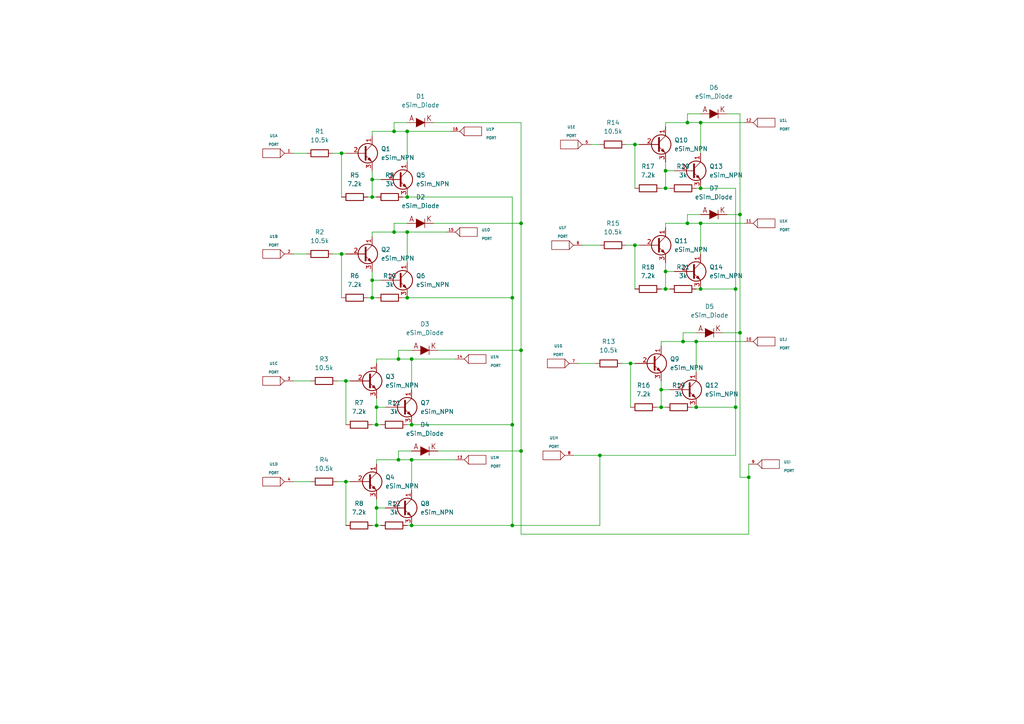
<source format=kicad_sch>
(kicad_sch (version 20211123) (generator eeschema)

  (uuid add8b1fd-83ae-4050-9993-d95f022cf2b2)

  (paper "A4")

  (lib_symbols
    (symbol "eSim_Devices:eSim_Diode" (pin_numbers hide) (pin_names (offset 1.016) hide) (in_bom yes) (on_board yes)
      (property "Reference" "D" (id 0) (at 0 2.54 0)
        (effects (font (size 1.27 1.27)))
      )
      (property "Value" "eSim_Diode" (id 1) (at 0 -2.54 0)
        (effects (font (size 1.27 1.27)))
      )
      (property "Footprint" "" (id 2) (at 0 0 0)
        (effects (font (size 1.524 1.524)))
      )
      (property "Datasheet" "" (id 3) (at 0 0 0)
        (effects (font (size 1.524 1.524)))
      )
      (property "ki_fp_filters" "TO-???* *SingleDiode *_Diode_* *SingleDiode* D_*" (id 4) (at 0 0 0)
        (effects (font (size 1.27 1.27)) hide)
      )
      (symbol "eSim_Diode_0_0"
        (text "A" (at -2.54 1.27 0)
          (effects (font (size 1.524 1.524)))
        )
        (text "K" (at 2.54 1.27 0)
          (effects (font (size 1.524 1.524)))
        )
      )
      (symbol "eSim_Diode_0_1"
        (polyline
          (pts
            (xy 1.27 1.27)
            (xy 1.27 -1.27)
          )
          (stroke (width 0.1524) (type default) (color 0 0 0 0))
          (fill (type none))
        )
        (polyline
          (pts
            (xy -1.27 1.27)
            (xy 1.27 0)
            (xy -1.27 -1.27)
          )
          (stroke (width 0) (type default) (color 0 0 0 0))
          (fill (type outline))
        )
      )
      (symbol "eSim_Diode_1_1"
        (pin passive line (at -3.81 0 0) (length 2.54)
          (name "A" (effects (font (size 1.016 1.016))))
          (number "1" (effects (font (size 1.016 1.016))))
        )
        (pin passive line (at 3.81 0 180) (length 2.54)
          (name "K" (effects (font (size 1.016 1.016))))
          (number "2" (effects (font (size 1.016 1.016))))
        )
      )
    )
    (symbol "eSim_Devices:eSim_NPN" (pin_names (offset 0) hide) (in_bom yes) (on_board yes)
      (property "Reference" "Q" (id 0) (at -2.54 1.27 0)
        (effects (font (size 1.27 1.27)) (justify right))
      )
      (property "Value" "eSim_NPN" (id 1) (at -1.27 3.81 0)
        (effects (font (size 1.27 1.27)) (justify right))
      )
      (property "Footprint" "" (id 2) (at 5.08 2.54 0)
        (effects (font (size 0.7366 0.7366)))
      )
      (property "Datasheet" "" (id 3) (at 0 0 0)
        (effects (font (size 1.524 1.524)))
      )
      (symbol "eSim_NPN_0_1"
        (polyline
          (pts
            (xy 0.635 0.635)
            (xy 2.54 2.54)
          )
          (stroke (width 0) (type default) (color 0 0 0 0))
          (fill (type none))
        )
        (polyline
          (pts
            (xy 0.635 -0.635)
            (xy 2.54 -2.54)
            (xy 2.54 -2.54)
          )
          (stroke (width 0) (type default) (color 0 0 0 0))
          (fill (type none))
        )
        (polyline
          (pts
            (xy 0.635 1.905)
            (xy 0.635 -1.905)
            (xy 0.635 -1.905)
          )
          (stroke (width 0.508) (type default) (color 0 0 0 0))
          (fill (type none))
        )
        (polyline
          (pts
            (xy 1.27 -1.778)
            (xy 1.778 -1.27)
            (xy 2.286 -2.286)
            (xy 1.27 -1.778)
            (xy 1.27 -1.778)
          )
          (stroke (width 0) (type default) (color 0 0 0 0))
          (fill (type outline))
        )
        (circle (center 1.27 0) (radius 2.8194)
          (stroke (width 0.254) (type default) (color 0 0 0 0))
          (fill (type none))
        )
      )
      (symbol "eSim_NPN_1_1"
        (pin passive line (at 2.54 5.08 270) (length 2.54)
          (name "C" (effects (font (size 1.27 1.27))))
          (number "1" (effects (font (size 1.27 1.27))))
        )
        (pin passive line (at -5.08 0 0) (length 5.715)
          (name "B" (effects (font (size 1.27 1.27))))
          (number "2" (effects (font (size 1.27 1.27))))
        )
        (pin passive line (at 2.54 -5.08 90) (length 2.54)
          (name "E" (effects (font (size 1.27 1.27))))
          (number "3" (effects (font (size 1.27 1.27))))
        )
      )
    )
    (symbol "eSim_Devices:resistor" (pin_numbers hide) (pin_names (offset 0)) (in_bom yes) (on_board yes)
      (property "Reference" "R" (id 0) (at 1.27 3.302 0)
        (effects (font (size 1.27 1.27)))
      )
      (property "Value" "resistor" (id 1) (at 1.27 -1.27 0)
        (effects (font (size 1.27 1.27)))
      )
      (property "Footprint" "" (id 2) (at 1.27 -0.508 0)
        (effects (font (size 0.762 0.762)))
      )
      (property "Datasheet" "" (id 3) (at 1.27 1.27 90)
        (effects (font (size 0.762 0.762)))
      )
      (property "ki_fp_filters" "R_* Resistor_*" (id 4) (at 0 0 0)
        (effects (font (size 1.27 1.27)) hide)
      )
      (symbol "resistor_0_1"
        (rectangle (start 3.81 0.254) (end -1.27 2.286)
          (stroke (width 0.254) (type default) (color 0 0 0 0))
          (fill (type none))
        )
      )
      (symbol "resistor_1_1"
        (pin passive line (at -2.54 1.27 0) (length 1.27)
          (name "~" (effects (font (size 1.524 1.524))))
          (number "1" (effects (font (size 1.524 1.524))))
        )
        (pin passive line (at 5.08 1.27 180) (length 1.27)
          (name "~" (effects (font (size 1.524 1.524))))
          (number "2" (effects (font (size 1.524 1.524))))
        )
      )
    )
    (symbol "eSim_Miscellaneous:PORT" (pin_names (offset 1.016)) (in_bom yes) (on_board yes)
      (property "Reference" "U" (id 0) (at 1.27 2.54 0)
        (effects (font (size 0.762 0.762)))
      )
      (property "Value" "PORT" (id 1) (at 0 0 0)
        (effects (font (size 0.762 0.762)))
      )
      (property "Footprint" "" (id 2) (at 0 0 0)
        (effects (font (size 1.524 1.524)))
      )
      (property "Datasheet" "" (id 3) (at 0 0 0)
        (effects (font (size 1.524 1.524)))
      )
      (symbol "PORT_0_1"
        (rectangle (start -2.54 1.27) (end 2.54 -1.27)
          (stroke (width 0) (type default) (color 0 0 0 0))
          (fill (type none))
        )
        (arc (start 2.54 1.27) (mid 3.1355 0.5955) (end 3.81 0)
          (stroke (width 0) (type default) (color 0 0 0 0))
          (fill (type none))
        )
        (arc (start 3.81 0) (mid 3.1447 -0.6046) (end 2.54 -1.27)
          (stroke (width 0) (type default) (color 0 0 0 0))
          (fill (type none))
        )
      )
      (symbol "PORT_1_1"
        (pin bidirectional line (at 6.35 0 180) (length 2.54)
          (name "~" (effects (font (size 0.762 0.762))))
          (number "1" (effects (font (size 0.762 0.762))))
        )
      )
      (symbol "PORT_2_1"
        (pin bidirectional line (at 6.35 0 180) (length 2.54)
          (name "~" (effects (font (size 0.762 0.762))))
          (number "2" (effects (font (size 0.762 0.762))))
        )
      )
      (symbol "PORT_3_1"
        (pin bidirectional line (at 6.35 0 180) (length 2.54)
          (name "~" (effects (font (size 0.762 0.762))))
          (number "3" (effects (font (size 0.762 0.762))))
        )
      )
      (symbol "PORT_4_1"
        (pin bidirectional line (at 6.35 0 180) (length 2.54)
          (name "~" (effects (font (size 0.762 0.762))))
          (number "4" (effects (font (size 0.762 0.762))))
        )
      )
      (symbol "PORT_5_1"
        (pin bidirectional line (at 6.35 0 180) (length 2.54)
          (name "~" (effects (font (size 0.762 0.762))))
          (number "5" (effects (font (size 0.762 0.762))))
        )
      )
      (symbol "PORT_6_1"
        (pin bidirectional line (at 6.35 0 180) (length 2.54)
          (name "~" (effects (font (size 0.762 0.762))))
          (number "6" (effects (font (size 0.762 0.762))))
        )
      )
      (symbol "PORT_7_1"
        (pin bidirectional line (at 6.35 0 180) (length 2.54)
          (name "~" (effects (font (size 0.762 0.762))))
          (number "7" (effects (font (size 0.762 0.762))))
        )
      )
      (symbol "PORT_8_1"
        (pin bidirectional line (at 6.35 0 180) (length 2.54)
          (name "~" (effects (font (size 0.762 0.762))))
          (number "8" (effects (font (size 0.762 0.762))))
        )
      )
      (symbol "PORT_9_1"
        (pin bidirectional line (at 6.35 0 180) (length 2.54)
          (name "~" (effects (font (size 0.762 0.762))))
          (number "9" (effects (font (size 0.762 0.762))))
        )
      )
      (symbol "PORT_10_1"
        (pin bidirectional line (at 6.35 0 180) (length 2.54)
          (name "~" (effects (font (size 0.762 0.762))))
          (number "10" (effects (font (size 0.762 0.762))))
        )
      )
      (symbol "PORT_11_1"
        (pin bidirectional line (at 6.35 0 180) (length 2.54)
          (name "~" (effects (font (size 0.762 0.762))))
          (number "11" (effects (font (size 0.762 0.762))))
        )
      )
      (symbol "PORT_12_1"
        (pin bidirectional line (at 6.35 0 180) (length 2.54)
          (name "~" (effects (font (size 0.762 0.762))))
          (number "12" (effects (font (size 0.762 0.762))))
        )
      )
      (symbol "PORT_13_1"
        (pin bidirectional line (at 6.35 0 180) (length 2.54)
          (name "~" (effects (font (size 0.762 0.762))))
          (number "13" (effects (font (size 0.762 0.762))))
        )
      )
      (symbol "PORT_14_1"
        (pin bidirectional line (at 6.35 0 180) (length 2.54)
          (name "~" (effects (font (size 0.762 0.762))))
          (number "14" (effects (font (size 0.762 0.762))))
        )
      )
      (symbol "PORT_15_1"
        (pin bidirectional line (at 6.35 0 180) (length 2.54)
          (name "~" (effects (font (size 0.762 0.762))))
          (number "15" (effects (font (size 0.762 0.762))))
        )
      )
      (symbol "PORT_16_1"
        (pin bidirectional line (at 6.35 0 180) (length 2.54)
          (name "~" (effects (font (size 0.762 0.762))))
          (number "16" (effects (font (size 0.762 0.762))))
        )
      )
      (symbol "PORT_17_1"
        (pin bidirectional line (at 6.35 0 180) (length 2.54)
          (name "~" (effects (font (size 0.762 0.762))))
          (number "17" (effects (font (size 0.762 0.762))))
        )
      )
      (symbol "PORT_18_1"
        (pin bidirectional line (at 6.35 0 180) (length 2.54)
          (name "~" (effects (font (size 0.762 0.762))))
          (number "18" (effects (font (size 0.762 0.762))))
        )
      )
      (symbol "PORT_19_1"
        (pin bidirectional line (at 6.35 0 180) (length 2.54)
          (name "~" (effects (font (size 0.762 0.762))))
          (number "19" (effects (font (size 0.762 0.762))))
        )
      )
      (symbol "PORT_20_1"
        (pin bidirectional line (at 6.35 0 180) (length 2.54)
          (name "~" (effects (font (size 0.762 0.762))))
          (number "20" (effects (font (size 0.762 0.762))))
        )
      )
      (symbol "PORT_21_1"
        (pin bidirectional line (at 6.35 0 180) (length 2.54)
          (name "~" (effects (font (size 0.762 0.762))))
          (number "21" (effects (font (size 0.762 0.762))))
        )
      )
      (symbol "PORT_22_1"
        (pin bidirectional line (at 6.35 0 180) (length 2.54)
          (name "~" (effects (font (size 0.762 0.762))))
          (number "22" (effects (font (size 0.762 0.762))))
        )
      )
      (symbol "PORT_23_1"
        (pin bidirectional line (at 6.35 0 180) (length 2.54)
          (name "~" (effects (font (size 0.762 0.762))))
          (number "23" (effects (font (size 0.762 0.762))))
        )
      )
      (symbol "PORT_24_1"
        (pin bidirectional line (at 6.35 0 180) (length 2.54)
          (name "~" (effects (font (size 0.762 0.762))))
          (number "24" (effects (font (size 0.762 0.762))))
        )
      )
      (symbol "PORT_25_1"
        (pin bidirectional line (at 6.35 0 180) (length 2.54)
          (name "~" (effects (font (size 0.762 0.762))))
          (number "25" (effects (font (size 0.762 0.762))))
        )
      )
      (symbol "PORT_26_1"
        (pin bidirectional line (at 6.35 0 180) (length 2.54)
          (name "~" (effects (font (size 0.762 0.762))))
          (number "26" (effects (font (size 0.762 0.762))))
        )
      )
    )
  )

  (junction (at 182.88 105.41) (diameter 0) (color 0 0 0 0)
    (uuid 0183e62c-8625-4795-a43f-352c101beaaa)
  )
  (junction (at 148.59 152.4) (diameter 0) (color 0 0 0 0)
    (uuid 0781b276-c7c7-4062-8cd5-92879e42b2c8)
  )
  (junction (at 119.38 152.4) (diameter 0) (color 0 0 0 0)
    (uuid 0792563d-a794-4f6e-869b-458931bc0ae1)
  )
  (junction (at 213.36 118.11) (diameter 0) (color 0 0 0 0)
    (uuid 0c5a70e7-c504-48f7-b48f-d48108c0802a)
  )
  (junction (at 119.38 104.14) (diameter 0) (color 0 0 0 0)
    (uuid 0f9da99d-1439-4aeb-86b0-535996fdfd42)
  )
  (junction (at 109.22 118.11) (diameter 0) (color 0 0 0 0)
    (uuid 10b65547-1d68-4540-b7e8-122b18b9cb08)
  )
  (junction (at 115.57 104.14) (diameter 0) (color 0 0 0 0)
    (uuid 113c26e2-0f5b-46cf-a68c-24eefd20ba92)
  )
  (junction (at 199.39 64.77) (diameter 0) (color 0 0 0 0)
    (uuid 12e94e4a-76cc-4bec-9f1b-35da4496684f)
  )
  (junction (at 214.63 62.23) (diameter 0) (color 0 0 0 0)
    (uuid 19d806f4-ca2c-4346-b18b-148e5eb02cd0)
  )
  (junction (at 114.3 38.1) (diameter 0) (color 0 0 0 0)
    (uuid 1d7151d9-7827-436a-9531-9bd14f112d0d)
  )
  (junction (at 107.95 81.28) (diameter 0) (color 0 0 0 0)
    (uuid 2253a6fa-2638-4224-8f9e-8af937447c06)
  )
  (junction (at 109.22 152.4) (diameter 0) (color 0 0 0 0)
    (uuid 310eeb14-ece3-4545-bd6d-78f5b2fd0203)
  )
  (junction (at 193.04 49.53) (diameter 0) (color 0 0 0 0)
    (uuid 37235814-74d9-431f-b69c-f1e15327838c)
  )
  (junction (at 184.15 41.91) (diameter 0) (color 0 0 0 0)
    (uuid 3a912581-bf65-443d-bc63-337d9cf4fc07)
  )
  (junction (at 100.33 110.49) (diameter 0) (color 0 0 0 0)
    (uuid 3d81a5a1-8718-418d-a910-063982755975)
  )
  (junction (at 203.2 35.56) (diameter 0) (color 0 0 0 0)
    (uuid 3ed90cd4-36b8-434c-a150-ffb2e6823291)
  )
  (junction (at 193.04 83.82) (diameter 0) (color 0 0 0 0)
    (uuid 435d2a4a-3220-41b3-b46f-fc18a1d7ee2e)
  )
  (junction (at 151.13 64.77) (diameter 0) (color 0 0 0 0)
    (uuid 47339ec5-22a1-4467-a69f-df452b60619a)
  )
  (junction (at 214.63 96.52) (diameter 0) (color 0 0 0 0)
    (uuid 4a087b7a-7190-4b54-9f67-2e9cfc1d29f4)
  )
  (junction (at 109.22 147.32) (diameter 0) (color 0 0 0 0)
    (uuid 4bb6c5fe-7d56-496b-b4ff-ba7c3146d1b0)
  )
  (junction (at 100.33 139.7) (diameter 0) (color 0 0 0 0)
    (uuid 54250988-4bef-493b-bc0c-50dd15de24f6)
  )
  (junction (at 203.2 64.77) (diameter 0) (color 0 0 0 0)
    (uuid 55401caa-bfee-418f-ba67-483e0c88a04e)
  )
  (junction (at 203.2 83.82) (diameter 0) (color 0 0 0 0)
    (uuid 6f100ee1-0819-4093-8edc-283387fd0bcb)
  )
  (junction (at 203.2 54.61) (diameter 0) (color 0 0 0 0)
    (uuid 7258e199-3cf1-48fe-89aa-2225d9d1c338)
  )
  (junction (at 114.3 67.31) (diameter 0) (color 0 0 0 0)
    (uuid 7416214b-d5bb-4e51-a9fd-0db487ebda06)
  )
  (junction (at 107.95 52.07) (diameter 0) (color 0 0 0 0)
    (uuid 80327573-c9e5-41fc-9949-fa1cc1a9b52b)
  )
  (junction (at 99.06 73.66) (diameter 0) (color 0 0 0 0)
    (uuid 8884ee86-f3c8-45b0-97d0-a38c57b628fb)
  )
  (junction (at 184.15 71.12) (diameter 0) (color 0 0 0 0)
    (uuid 8f1bc558-b7cd-4b0f-9910-4522418e6413)
  )
  (junction (at 109.22 123.19) (diameter 0) (color 0 0 0 0)
    (uuid 923cef1a-353a-40b3-b0fb-d6836adf69f1)
  )
  (junction (at 115.57 133.35) (diameter 0) (color 0 0 0 0)
    (uuid 9278e03b-7e67-4f38-957b-de1898d2cae7)
  )
  (junction (at 151.13 130.81) (diameter 0) (color 0 0 0 0)
    (uuid a07e0208-1ff3-4ed9-a322-afdaf2e8242f)
  )
  (junction (at 173.99 132.08) (diameter 0) (color 0 0 0 0)
    (uuid a439cdf1-db5f-4674-b446-3c9a997f88c9)
  )
  (junction (at 107.95 86.36) (diameter 0) (color 0 0 0 0)
    (uuid a69d95fd-0944-4b84-96b8-18d449d7ca8d)
  )
  (junction (at 118.11 86.36) (diameter 0) (color 0 0 0 0)
    (uuid aac57468-e6db-422f-998e-26527cd78893)
  )
  (junction (at 118.11 67.31) (diameter 0) (color 0 0 0 0)
    (uuid ab7bd311-4148-43a4-bb23-a235bb311382)
  )
  (junction (at 213.36 83.82) (diameter 0) (color 0 0 0 0)
    (uuid ae930141-b8d9-4189-bbc0-378646490e30)
  )
  (junction (at 118.11 57.15) (diameter 0) (color 0 0 0 0)
    (uuid b2fb0b61-3134-49d8-9169-5b36dad71570)
  )
  (junction (at 201.93 99.06) (diameter 0) (color 0 0 0 0)
    (uuid b3439442-f079-46d9-8505-1bd82a35cd28)
  )
  (junction (at 193.04 54.61) (diameter 0) (color 0 0 0 0)
    (uuid b3489b84-655d-4045-b589-659d3ab64dc2)
  )
  (junction (at 151.13 101.6) (diameter 0) (color 0 0 0 0)
    (uuid b59cf82e-0239-4aff-998e-fcdb0529f431)
  )
  (junction (at 191.77 113.03) (diameter 0) (color 0 0 0 0)
    (uuid b68c0c4a-c68f-4221-843d-6371b753723a)
  )
  (junction (at 118.11 38.1) (diameter 0) (color 0 0 0 0)
    (uuid ba6d409e-ce73-4679-aaa2-138c4cb70113)
  )
  (junction (at 191.77 118.11) (diameter 0) (color 0 0 0 0)
    (uuid c087b8b5-a523-4512-98a8-816981e63fe1)
  )
  (junction (at 217.17 138.43) (diameter 0) (color 0 0 0 0)
    (uuid c806051b-d6c3-4afc-bc64-8235005ba7af)
  )
  (junction (at 99.06 44.45) (diameter 0) (color 0 0 0 0)
    (uuid c8656446-3391-42b2-9e4d-0191115ac06c)
  )
  (junction (at 107.95 57.15) (diameter 0) (color 0 0 0 0)
    (uuid cb791403-3159-43fb-958b-36079cb10f51)
  )
  (junction (at 119.38 133.35) (diameter 0) (color 0 0 0 0)
    (uuid cf9ecdf0-97b1-485c-9130-6c85c0f73fbd)
  )
  (junction (at 193.04 78.74) (diameter 0) (color 0 0 0 0)
    (uuid dab4f9c3-10cf-4dfa-aed6-12aabfc87d80)
  )
  (junction (at 198.12 99.06) (diameter 0) (color 0 0 0 0)
    (uuid e36abc13-76d3-4291-bef4-fece46945704)
  )
  (junction (at 201.93 118.11) (diameter 0) (color 0 0 0 0)
    (uuid e6988f17-72a7-4831-8305-3e2474d64cfd)
  )
  (junction (at 148.59 86.36) (diameter 0) (color 0 0 0 0)
    (uuid e8bcfb37-b1fa-427e-83d4-fdbc8bd7cdc8)
  )
  (junction (at 119.38 123.19) (diameter 0) (color 0 0 0 0)
    (uuid ebc53476-206b-4b4d-867e-2b9fee4eedeb)
  )
  (junction (at 148.59 123.19) (diameter 0) (color 0 0 0 0)
    (uuid f0bbbf69-8f42-47bc-91ea-55025b854525)
  )
  (junction (at 199.39 35.56) (diameter 0) (color 0 0 0 0)
    (uuid f37a85e8-debd-4371-8c46-ec2684b0f43b)
  )

  (wire (pts (xy 151.13 130.81) (xy 151.13 154.94))
    (stroke (width 0) (type default) (color 0 0 0 0))
    (uuid 00ece0b8-b9a0-44e7-bf02-8a72c4491a1c)
  )
  (wire (pts (xy 109.22 134.62) (xy 109.22 133.35))
    (stroke (width 0) (type default) (color 0 0 0 0))
    (uuid 030836ab-a80e-40de-8106-229773dec4c6)
  )
  (wire (pts (xy 107.95 57.15) (xy 109.22 57.15))
    (stroke (width 0) (type default) (color 0 0 0 0))
    (uuid 043da92d-5c02-472a-8e64-84866952a7eb)
  )
  (wire (pts (xy 116.84 86.36) (xy 118.11 86.36))
    (stroke (width 0) (type default) (color 0 0 0 0))
    (uuid 06d0c4d2-1a1e-44d1-b975-2abac8c680e4)
  )
  (wire (pts (xy 107.95 81.28) (xy 110.49 81.28))
    (stroke (width 0) (type default) (color 0 0 0 0))
    (uuid 06de8d7e-3936-4a14-9c2f-1eb1e5d49156)
  )
  (wire (pts (xy 191.77 100.33) (xy 191.77 99.06))
    (stroke (width 0) (type default) (color 0 0 0 0))
    (uuid 070a292a-7428-4489-9d87-31456c0d52fc)
  )
  (wire (pts (xy 201.93 96.52) (xy 198.12 96.52))
    (stroke (width 0) (type default) (color 0 0 0 0))
    (uuid 0b4ad867-afac-4e6e-b6c4-f8fe53e0b5e6)
  )
  (wire (pts (xy 148.59 152.4) (xy 173.99 152.4))
    (stroke (width 0) (type default) (color 0 0 0 0))
    (uuid 0bc6e34f-3a8d-40af-9364-91457384b30e)
  )
  (wire (pts (xy 107.95 68.58) (xy 107.95 67.31))
    (stroke (width 0) (type default) (color 0 0 0 0))
    (uuid 0cbeb45e-2944-4aaf-a602-4e67b5240a75)
  )
  (wire (pts (xy 119.38 133.35) (xy 132.08 133.35))
    (stroke (width 0) (type default) (color 0 0 0 0))
    (uuid 0cbf2ed8-8ad9-4a09-9892-fb6cf90096ef)
  )
  (wire (pts (xy 99.06 73.66) (xy 100.33 73.66))
    (stroke (width 0) (type default) (color 0 0 0 0))
    (uuid 0cc59ae4-41fe-44cc-bf80-a625272e5800)
  )
  (wire (pts (xy 85.09 139.7) (xy 90.17 139.7))
    (stroke (width 0) (type default) (color 0 0 0 0))
    (uuid 0d38fa33-2779-49b2-9a82-2deb21a6456d)
  )
  (wire (pts (xy 148.59 57.15) (xy 148.59 86.36))
    (stroke (width 0) (type default) (color 0 0 0 0))
    (uuid 0e4c8aa8-2be3-4c69-b71a-1ea9fc8fd6f9)
  )
  (wire (pts (xy 107.95 52.07) (xy 107.95 57.15))
    (stroke (width 0) (type default) (color 0 0 0 0))
    (uuid 0ff19926-6ebe-405e-b15f-6e20726f82fe)
  )
  (wire (pts (xy 109.22 118.11) (xy 109.22 123.19))
    (stroke (width 0) (type default) (color 0 0 0 0))
    (uuid 1091bbc8-e695-45ea-acbd-b4b1a505cfea)
  )
  (wire (pts (xy 125.73 64.77) (xy 151.13 64.77))
    (stroke (width 0) (type default) (color 0 0 0 0))
    (uuid 1225af9a-2a64-49c2-a903-ff793ab8d72e)
  )
  (wire (pts (xy 109.22 133.35) (xy 115.57 133.35))
    (stroke (width 0) (type default) (color 0 0 0 0))
    (uuid 127102b7-afe4-408c-b9b7-2765f73399c2)
  )
  (wire (pts (xy 118.11 152.4) (xy 119.38 152.4))
    (stroke (width 0) (type default) (color 0 0 0 0))
    (uuid 12a20cab-c722-43b7-9d7e-8f61ec13011a)
  )
  (wire (pts (xy 199.39 64.77) (xy 203.2 64.77))
    (stroke (width 0) (type default) (color 0 0 0 0))
    (uuid 159ed291-1be4-4cb2-8b6c-a5cf9fe7462b)
  )
  (wire (pts (xy 97.79 110.49) (xy 100.33 110.49))
    (stroke (width 0) (type default) (color 0 0 0 0))
    (uuid 180b5081-2e97-47d9-980a-40ebc72b07b6)
  )
  (wire (pts (xy 109.22 115.57) (xy 109.22 118.11))
    (stroke (width 0) (type default) (color 0 0 0 0))
    (uuid 18e4cc57-0f42-4b41-aa6c-9bd5a9cfb200)
  )
  (wire (pts (xy 184.15 41.91) (xy 184.15 54.61))
    (stroke (width 0) (type default) (color 0 0 0 0))
    (uuid 1c38635f-f5c4-4c04-862f-e8ca3eb401da)
  )
  (wire (pts (xy 114.3 38.1) (xy 118.11 38.1))
    (stroke (width 0) (type default) (color 0 0 0 0))
    (uuid 1dc17308-4222-4619-9997-848dc7f4fd3f)
  )
  (wire (pts (xy 109.22 104.14) (xy 115.57 104.14))
    (stroke (width 0) (type default) (color 0 0 0 0))
    (uuid 1e527fbd-3d26-4fee-b435-41e9498de0c2)
  )
  (wire (pts (xy 199.39 35.56) (xy 203.2 35.56))
    (stroke (width 0) (type default) (color 0 0 0 0))
    (uuid 1e7ee893-dc1c-49bb-b161-5553d0b16d01)
  )
  (wire (pts (xy 85.09 44.45) (xy 88.9 44.45))
    (stroke (width 0) (type default) (color 0 0 0 0))
    (uuid 1fe57cb7-6417-4c4f-82d9-032ea4d15065)
  )
  (wire (pts (xy 118.11 38.1) (xy 118.11 46.99))
    (stroke (width 0) (type default) (color 0 0 0 0))
    (uuid 23b61939-6127-43c4-8be2-da9c630bc8dc)
  )
  (wire (pts (xy 213.36 83.82) (xy 213.36 118.11))
    (stroke (width 0) (type default) (color 0 0 0 0))
    (uuid 274d7e77-31e1-484d-b4a6-d2edc6faf687)
  )
  (wire (pts (xy 193.04 35.56) (xy 199.39 35.56))
    (stroke (width 0) (type default) (color 0 0 0 0))
    (uuid 27f00efa-61ba-4624-9b4e-cd46a9d23d3e)
  )
  (wire (pts (xy 201.93 118.11) (xy 213.36 118.11))
    (stroke (width 0) (type default) (color 0 0 0 0))
    (uuid 2a280f96-dcbc-4612-8775-ddfa20939299)
  )
  (wire (pts (xy 193.04 66.04) (xy 193.04 64.77))
    (stroke (width 0) (type default) (color 0 0 0 0))
    (uuid 2dd214c6-b93f-496e-98eb-f6af199c6039)
  )
  (wire (pts (xy 173.99 132.08) (xy 173.99 152.4))
    (stroke (width 0) (type default) (color 0 0 0 0))
    (uuid 2fcd42e4-b8bb-4083-906d-aab36fa55ae4)
  )
  (wire (pts (xy 203.2 64.77) (xy 203.2 73.66))
    (stroke (width 0) (type default) (color 0 0 0 0))
    (uuid 306a9350-185b-4899-898c-29bdb9a29f46)
  )
  (wire (pts (xy 201.93 54.61) (xy 203.2 54.61))
    (stroke (width 0) (type default) (color 0 0 0 0))
    (uuid 3461fff3-8a1b-4900-92a9-99e8a32cac8e)
  )
  (wire (pts (xy 106.68 57.15) (xy 107.95 57.15))
    (stroke (width 0) (type default) (color 0 0 0 0))
    (uuid 35e786b4-e3ec-4682-8d44-21c2b58164a2)
  )
  (wire (pts (xy 119.38 123.19) (xy 148.59 123.19))
    (stroke (width 0) (type default) (color 0 0 0 0))
    (uuid 37cfe115-d188-423b-b1e4-f1b8348a8d44)
  )
  (wire (pts (xy 184.15 41.91) (xy 185.42 41.91))
    (stroke (width 0) (type default) (color 0 0 0 0))
    (uuid 39ae9272-af9e-4c15-abb0-f6990c13f2a0)
  )
  (wire (pts (xy 193.04 49.53) (xy 193.04 54.61))
    (stroke (width 0) (type default) (color 0 0 0 0))
    (uuid 3b67a877-3e19-422e-87db-26d48601853c)
  )
  (wire (pts (xy 191.77 99.06) (xy 198.12 99.06))
    (stroke (width 0) (type default) (color 0 0 0 0))
    (uuid 4009495e-a49a-44eb-828c-416c3aa54578)
  )
  (wire (pts (xy 127 101.6) (xy 151.13 101.6))
    (stroke (width 0) (type default) (color 0 0 0 0))
    (uuid 40da33bd-6ed8-4cb1-aebb-1ff305e97076)
  )
  (wire (pts (xy 213.36 132.08) (xy 173.99 132.08))
    (stroke (width 0) (type default) (color 0 0 0 0))
    (uuid 418621fd-a1a5-4c7e-8495-5c6d40d50a30)
  )
  (wire (pts (xy 171.45 41.91) (xy 173.99 41.91))
    (stroke (width 0) (type default) (color 0 0 0 0))
    (uuid 42540ca5-491e-452f-a47c-0bad3dbc39ef)
  )
  (wire (pts (xy 193.04 78.74) (xy 195.58 78.74))
    (stroke (width 0) (type default) (color 0 0 0 0))
    (uuid 4621949e-6ba9-4463-af56-b2f143f91035)
  )
  (wire (pts (xy 125.73 35.56) (xy 151.13 35.56))
    (stroke (width 0) (type default) (color 0 0 0 0))
    (uuid 4658a19e-6365-4508-906d-9fbcbe91ae1b)
  )
  (wire (pts (xy 198.12 99.06) (xy 201.93 99.06))
    (stroke (width 0) (type default) (color 0 0 0 0))
    (uuid 486f48e0-3ffe-4f3e-857f-28a5545f0cd8)
  )
  (wire (pts (xy 213.36 54.61) (xy 213.36 83.82))
    (stroke (width 0) (type default) (color 0 0 0 0))
    (uuid 4c4f11ab-0738-4b6e-8900-3a5f6e4a6734)
  )
  (wire (pts (xy 107.95 123.19) (xy 109.22 123.19))
    (stroke (width 0) (type default) (color 0 0 0 0))
    (uuid 4cb81df8-f5f8-4004-bfee-b20099dd4ad2)
  )
  (wire (pts (xy 97.79 139.7) (xy 100.33 139.7))
    (stroke (width 0) (type default) (color 0 0 0 0))
    (uuid 509a13ec-f87b-452a-bbdc-ee136b41017a)
  )
  (wire (pts (xy 190.5 118.11) (xy 191.77 118.11))
    (stroke (width 0) (type default) (color 0 0 0 0))
    (uuid 519c5239-402c-4f47-82c5-23388b09f9f7)
  )
  (wire (pts (xy 181.61 41.91) (xy 184.15 41.91))
    (stroke (width 0) (type default) (color 0 0 0 0))
    (uuid 53e465b8-2e49-4520-aa21-75ece0a0f70f)
  )
  (wire (pts (xy 191.77 54.61) (xy 193.04 54.61))
    (stroke (width 0) (type default) (color 0 0 0 0))
    (uuid 549f1cf2-aa17-4783-b106-3723ce55745f)
  )
  (wire (pts (xy 182.88 105.41) (xy 182.88 118.11))
    (stroke (width 0) (type default) (color 0 0 0 0))
    (uuid 551f0302-917b-4303-bf46-54116ac0044f)
  )
  (wire (pts (xy 151.13 154.94) (xy 217.17 154.94))
    (stroke (width 0) (type default) (color 0 0 0 0))
    (uuid 563c2679-60ce-465b-a1ba-46915b44b8b8)
  )
  (wire (pts (xy 119.38 104.14) (xy 132.08 104.14))
    (stroke (width 0) (type default) (color 0 0 0 0))
    (uuid 58a409d6-002f-4c34-a005-1ac7e422bf3b)
  )
  (wire (pts (xy 203.2 54.61) (xy 213.36 54.61))
    (stroke (width 0) (type default) (color 0 0 0 0))
    (uuid 58e236e3-85d0-4366-aa84-ba51f92e0ed8)
  )
  (wire (pts (xy 96.52 73.66) (xy 99.06 73.66))
    (stroke (width 0) (type default) (color 0 0 0 0))
    (uuid 5a2d2b86-7d5a-48ea-96a4-602be238f9da)
  )
  (wire (pts (xy 193.04 54.61) (xy 194.31 54.61))
    (stroke (width 0) (type default) (color 0 0 0 0))
    (uuid 5b2c54f3-1fba-45de-a251-42b44dd67872)
  )
  (wire (pts (xy 168.91 71.12) (xy 173.99 71.12))
    (stroke (width 0) (type default) (color 0 0 0 0))
    (uuid 5b3d3cf8-d1aa-4683-a12d-79fb506034f7)
  )
  (wire (pts (xy 193.04 76.2) (xy 193.04 78.74))
    (stroke (width 0) (type default) (color 0 0 0 0))
    (uuid 5b81ef28-afc5-4cac-9a43-150bcfed0d0f)
  )
  (wire (pts (xy 109.22 144.78) (xy 109.22 147.32))
    (stroke (width 0) (type default) (color 0 0 0 0))
    (uuid 5e19d99b-fb4e-4566-b5a5-dd554283a0c8)
  )
  (wire (pts (xy 127 130.81) (xy 151.13 130.81))
    (stroke (width 0) (type default) (color 0 0 0 0))
    (uuid 622836c8-8d10-4bab-8a3d-419257957d51)
  )
  (wire (pts (xy 118.11 86.36) (xy 148.59 86.36))
    (stroke (width 0) (type default) (color 0 0 0 0))
    (uuid 6290b324-be1e-4d65-9bb2-803de3cdd1d7)
  )
  (wire (pts (xy 200.66 118.11) (xy 201.93 118.11))
    (stroke (width 0) (type default) (color 0 0 0 0))
    (uuid 655e9c03-540d-4c9a-986d-d1bf794853bf)
  )
  (wire (pts (xy 119.38 152.4) (xy 148.59 152.4))
    (stroke (width 0) (type default) (color 0 0 0 0))
    (uuid 65c2021c-2263-491e-b4b2-6b06ead5a686)
  )
  (wire (pts (xy 214.63 138.43) (xy 217.17 138.43))
    (stroke (width 0) (type default) (color 0 0 0 0))
    (uuid 66144225-d8d2-4bc0-9398-8f0d1ffc2847)
  )
  (wire (pts (xy 201.93 99.06) (xy 215.9 99.06))
    (stroke (width 0) (type default) (color 0 0 0 0))
    (uuid 663b0f35-55cd-4927-8d67-87cc77e15d28)
  )
  (wire (pts (xy 191.77 110.49) (xy 191.77 113.03))
    (stroke (width 0) (type default) (color 0 0 0 0))
    (uuid 6dd1ad6e-b6f1-4110-af14-deb77c3b9319)
  )
  (wire (pts (xy 114.3 35.56) (xy 114.3 38.1))
    (stroke (width 0) (type default) (color 0 0 0 0))
    (uuid 6dd8af9f-4269-442a-a49b-7475f895ecb8)
  )
  (wire (pts (xy 119.38 133.35) (xy 119.38 142.24))
    (stroke (width 0) (type default) (color 0 0 0 0))
    (uuid 6e109813-642c-4d48-bd1b-f9e68da3d717)
  )
  (wire (pts (xy 107.95 38.1) (xy 114.3 38.1))
    (stroke (width 0) (type default) (color 0 0 0 0))
    (uuid 6f860333-3c1b-412a-ade4-c49baca6cc73)
  )
  (wire (pts (xy 107.95 152.4) (xy 109.22 152.4))
    (stroke (width 0) (type default) (color 0 0 0 0))
    (uuid 7027ca3d-2030-4e29-ab5c-f230ece33276)
  )
  (wire (pts (xy 107.95 67.31) (xy 114.3 67.31))
    (stroke (width 0) (type default) (color 0 0 0 0))
    (uuid 709f1d5a-88e1-4625-a7f8-0459336a32d2)
  )
  (wire (pts (xy 151.13 101.6) (xy 151.13 130.81))
    (stroke (width 0) (type default) (color 0 0 0 0))
    (uuid 734163d5-ac9a-4cc6-9d02-adcafd921e29)
  )
  (wire (pts (xy 151.13 64.77) (xy 151.13 101.6))
    (stroke (width 0) (type default) (color 0 0 0 0))
    (uuid 74b9c050-815b-43e5-aff4-2900e4a65dc1)
  )
  (wire (pts (xy 109.22 147.32) (xy 109.22 152.4))
    (stroke (width 0) (type default) (color 0 0 0 0))
    (uuid 74fb49a1-1129-428f-ad3d-a5605a867175)
  )
  (wire (pts (xy 85.09 110.49) (xy 90.17 110.49))
    (stroke (width 0) (type default) (color 0 0 0 0))
    (uuid 7856faab-4012-4e65-a0e4-38ccb2fd939a)
  )
  (wire (pts (xy 191.77 113.03) (xy 191.77 118.11))
    (stroke (width 0) (type default) (color 0 0 0 0))
    (uuid 792d0ec8-7152-4130-b523-f8817ec39f0f)
  )
  (wire (pts (xy 118.11 67.31) (xy 129.54 67.31))
    (stroke (width 0) (type default) (color 0 0 0 0))
    (uuid 79693c56-3fbd-4156-91d9-08d2dcb329ff)
  )
  (wire (pts (xy 167.64 105.41) (xy 172.72 105.41))
    (stroke (width 0) (type default) (color 0 0 0 0))
    (uuid 7af02281-e69c-4bd2-b017-02bbe8443182)
  )
  (wire (pts (xy 107.95 78.74) (xy 107.95 81.28))
    (stroke (width 0) (type default) (color 0 0 0 0))
    (uuid 7dad4d42-6d4b-4a8a-a8ca-af7c069c2bd1)
  )
  (wire (pts (xy 99.06 73.66) (xy 99.06 86.36))
    (stroke (width 0) (type default) (color 0 0 0 0))
    (uuid 802a22b3-7749-4e10-853d-6ef3085659d4)
  )
  (wire (pts (xy 217.17 154.94) (xy 217.17 138.43))
    (stroke (width 0) (type default) (color 0 0 0 0))
    (uuid 812ce37e-829e-4fe0-b967-f3f5aa527748)
  )
  (wire (pts (xy 193.04 83.82) (xy 194.31 83.82))
    (stroke (width 0) (type default) (color 0 0 0 0))
    (uuid 8352eac3-89c0-4a67-8ea6-059d52ce1547)
  )
  (wire (pts (xy 119.38 101.6) (xy 115.57 101.6))
    (stroke (width 0) (type default) (color 0 0 0 0))
    (uuid 83f7965d-0e37-4c8d-bbe8-f221d9fabf41)
  )
  (wire (pts (xy 209.55 96.52) (xy 214.63 96.52))
    (stroke (width 0) (type default) (color 0 0 0 0))
    (uuid 840c7d3c-732b-4f19-a07f-959cb1030e10)
  )
  (wire (pts (xy 99.06 44.45) (xy 100.33 44.45))
    (stroke (width 0) (type default) (color 0 0 0 0))
    (uuid 85200164-2fcd-4778-bb7e-57f0b00a82a9)
  )
  (wire (pts (xy 148.59 123.19) (xy 148.59 152.4))
    (stroke (width 0) (type default) (color 0 0 0 0))
    (uuid 89ae229d-3536-4fa1-99df-1c4887cf5789)
  )
  (wire (pts (xy 180.34 105.41) (xy 182.88 105.41))
    (stroke (width 0) (type default) (color 0 0 0 0))
    (uuid 8ae0cd02-3522-468e-921c-638899f0def1)
  )
  (wire (pts (xy 109.22 105.41) (xy 109.22 104.14))
    (stroke (width 0) (type default) (color 0 0 0 0))
    (uuid 8b9c989b-62d3-43e3-8f05-b286a5fa5e21)
  )
  (wire (pts (xy 193.04 49.53) (xy 195.58 49.53))
    (stroke (width 0) (type default) (color 0 0 0 0))
    (uuid 8c77a6f2-3cba-424a-940a-fdd44c4230e7)
  )
  (wire (pts (xy 119.38 130.81) (xy 115.57 130.81))
    (stroke (width 0) (type default) (color 0 0 0 0))
    (uuid 8e09cc02-d1a5-4d1d-ba8e-c67d985e5c72)
  )
  (wire (pts (xy 99.06 44.45) (xy 99.06 57.15))
    (stroke (width 0) (type default) (color 0 0 0 0))
    (uuid 8ed0cc93-e547-442e-bee6-081c96675bf8)
  )
  (wire (pts (xy 107.95 49.53) (xy 107.95 52.07))
    (stroke (width 0) (type default) (color 0 0 0 0))
    (uuid 8f3a540a-b612-497b-afab-e2797a6ca0fc)
  )
  (wire (pts (xy 203.2 64.77) (xy 215.9 64.77))
    (stroke (width 0) (type default) (color 0 0 0 0))
    (uuid 8fd7c913-7dfe-4d04-be96-c8652755c401)
  )
  (wire (pts (xy 191.77 113.03) (xy 194.31 113.03))
    (stroke (width 0) (type default) (color 0 0 0 0))
    (uuid 90cb0501-5c43-4c40-8b97-4a110fb50ce0)
  )
  (wire (pts (xy 210.82 62.23) (xy 214.63 62.23))
    (stroke (width 0) (type default) (color 0 0 0 0))
    (uuid 913792f0-8917-4686-b8a7-e69292010b62)
  )
  (wire (pts (xy 107.95 39.37) (xy 107.95 38.1))
    (stroke (width 0) (type default) (color 0 0 0 0))
    (uuid 97f50d02-1c49-46d8-8c19-d9fa2dc460ad)
  )
  (wire (pts (xy 203.2 35.56) (xy 215.9 35.56))
    (stroke (width 0) (type default) (color 0 0 0 0))
    (uuid 99b0462d-a3f8-4ae5-9f0d-97b79f6961e1)
  )
  (wire (pts (xy 181.61 71.12) (xy 184.15 71.12))
    (stroke (width 0) (type default) (color 0 0 0 0))
    (uuid 9e912dc4-19b8-4a15-a143-20c899648ba9)
  )
  (wire (pts (xy 118.11 67.31) (xy 118.11 76.2))
    (stroke (width 0) (type default) (color 0 0 0 0))
    (uuid a01b4ce4-80c3-41a8-97c0-d8a55d4c3636)
  )
  (wire (pts (xy 100.33 110.49) (xy 100.33 123.19))
    (stroke (width 0) (type default) (color 0 0 0 0))
    (uuid a1c092ff-dab7-4873-a0ab-c3377d1a86df)
  )
  (wire (pts (xy 214.63 62.23) (xy 214.63 96.52))
    (stroke (width 0) (type default) (color 0 0 0 0))
    (uuid a2e9757d-99d0-438b-b95a-9df205ea0593)
  )
  (wire (pts (xy 148.59 86.36) (xy 148.59 123.19))
    (stroke (width 0) (type default) (color 0 0 0 0))
    (uuid a3197deb-d7dd-43ac-82ca-fbf20b576e40)
  )
  (wire (pts (xy 115.57 130.81) (xy 115.57 133.35))
    (stroke (width 0) (type default) (color 0 0 0 0))
    (uuid a6a5912c-f02a-4a33-b25e-888b3357d409)
  )
  (wire (pts (xy 203.2 33.02) (xy 199.39 33.02))
    (stroke (width 0) (type default) (color 0 0 0 0))
    (uuid a9735ff1-ded6-44a8-a4af-3350a27f56e8)
  )
  (wire (pts (xy 116.84 57.15) (xy 118.11 57.15))
    (stroke (width 0) (type default) (color 0 0 0 0))
    (uuid aa92e7f1-e36c-4f18-bbc3-5adee6312dbd)
  )
  (wire (pts (xy 109.22 152.4) (xy 110.49 152.4))
    (stroke (width 0) (type default) (color 0 0 0 0))
    (uuid ad4ba150-592c-46e7-ad7d-365adf544883)
  )
  (wire (pts (xy 118.11 57.15) (xy 148.59 57.15))
    (stroke (width 0) (type default) (color 0 0 0 0))
    (uuid af19921f-3cf5-42ab-9846-9ce937500799)
  )
  (wire (pts (xy 210.82 33.02) (xy 214.63 33.02))
    (stroke (width 0) (type default) (color 0 0 0 0))
    (uuid afa9a26c-9d7d-4a7f-b4aa-8ec77d2d7357)
  )
  (wire (pts (xy 182.88 105.41) (xy 184.15 105.41))
    (stroke (width 0) (type default) (color 0 0 0 0))
    (uuid b0473d03-e528-475e-8982-98f0e4909389)
  )
  (wire (pts (xy 118.11 35.56) (xy 114.3 35.56))
    (stroke (width 0) (type default) (color 0 0 0 0))
    (uuid b049ef1c-fe9a-4396-99f4-c83494dd4cb6)
  )
  (wire (pts (xy 119.38 104.14) (xy 119.38 113.03))
    (stroke (width 0) (type default) (color 0 0 0 0))
    (uuid b099b00c-bef2-43a2-9c83-0df3359f6e42)
  )
  (wire (pts (xy 193.04 64.77) (xy 199.39 64.77))
    (stroke (width 0) (type default) (color 0 0 0 0))
    (uuid b0ca3f17-8b04-42a1-b5f5-83f57db76a79)
  )
  (wire (pts (xy 198.12 96.52) (xy 198.12 99.06))
    (stroke (width 0) (type default) (color 0 0 0 0))
    (uuid b1a26455-1662-4dd5-95e0-af5c8bbdca59)
  )
  (wire (pts (xy 100.33 139.7) (xy 100.33 152.4))
    (stroke (width 0) (type default) (color 0 0 0 0))
    (uuid b1c17b2a-39d6-4f04-95bb-6f4fbd042d61)
  )
  (wire (pts (xy 100.33 139.7) (xy 101.6 139.7))
    (stroke (width 0) (type default) (color 0 0 0 0))
    (uuid b40808ab-0dea-4df4-8f70-9cf529c8dc5a)
  )
  (wire (pts (xy 199.39 62.23) (xy 199.39 64.77))
    (stroke (width 0) (type default) (color 0 0 0 0))
    (uuid b44209f8-7b9d-42eb-a77d-f566a5558fbb)
  )
  (wire (pts (xy 118.11 123.19) (xy 119.38 123.19))
    (stroke (width 0) (type default) (color 0 0 0 0))
    (uuid b69e909b-b8dc-4adf-bd46-e1acdfa11e70)
  )
  (wire (pts (xy 114.3 67.31) (xy 118.11 67.31))
    (stroke (width 0) (type default) (color 0 0 0 0))
    (uuid b8f1529b-9560-49e3-9f19-163a59ceacc0)
  )
  (wire (pts (xy 193.04 46.99) (xy 193.04 49.53))
    (stroke (width 0) (type default) (color 0 0 0 0))
    (uuid bb70a0b4-2249-469d-9ded-637752885e96)
  )
  (wire (pts (xy 201.93 99.06) (xy 201.93 107.95))
    (stroke (width 0) (type default) (color 0 0 0 0))
    (uuid bb785a85-f05a-4d84-8aa8-4b2f2a804c98)
  )
  (wire (pts (xy 109.22 147.32) (xy 111.76 147.32))
    (stroke (width 0) (type default) (color 0 0 0 0))
    (uuid bbef0609-7a70-40c1-ac16-1e5681e0d511)
  )
  (wire (pts (xy 201.93 83.82) (xy 203.2 83.82))
    (stroke (width 0) (type default) (color 0 0 0 0))
    (uuid bd8431d9-daf3-44f7-a02d-eae327a1803a)
  )
  (wire (pts (xy 199.39 33.02) (xy 199.39 35.56))
    (stroke (width 0) (type default) (color 0 0 0 0))
    (uuid be78ede1-d4a2-40cc-a295-38cfa50e49eb)
  )
  (wire (pts (xy 193.04 36.83) (xy 193.04 35.56))
    (stroke (width 0) (type default) (color 0 0 0 0))
    (uuid c3018f5d-1593-48f9-ba25-e07e28dd9617)
  )
  (wire (pts (xy 203.2 62.23) (xy 199.39 62.23))
    (stroke (width 0) (type default) (color 0 0 0 0))
    (uuid c91b4930-cd8a-49a6-8078-5a63c9de5b2e)
  )
  (wire (pts (xy 115.57 101.6) (xy 115.57 104.14))
    (stroke (width 0) (type default) (color 0 0 0 0))
    (uuid cbbd33d8-9383-4d64-858d-93e42267c5eb)
  )
  (wire (pts (xy 213.36 118.11) (xy 213.36 132.08))
    (stroke (width 0) (type default) (color 0 0 0 0))
    (uuid cc8283ea-a002-4756-a974-c5820a282ff8)
  )
  (wire (pts (xy 151.13 35.56) (xy 151.13 64.77))
    (stroke (width 0) (type default) (color 0 0 0 0))
    (uuid cea16249-3507-42f7-9761-04d9b5f7fd56)
  )
  (wire (pts (xy 96.52 44.45) (xy 99.06 44.45))
    (stroke (width 0) (type default) (color 0 0 0 0))
    (uuid cfd6014d-a4b4-4797-8214-fcbc2d233f38)
  )
  (wire (pts (xy 191.77 83.82) (xy 193.04 83.82))
    (stroke (width 0) (type default) (color 0 0 0 0))
    (uuid d218dddc-4bc7-4c2d-b595-1fc391a04525)
  )
  (wire (pts (xy 191.77 118.11) (xy 193.04 118.11))
    (stroke (width 0) (type default) (color 0 0 0 0))
    (uuid d2f4ef61-e54c-4009-84a5-010851897720)
  )
  (wire (pts (xy 214.63 33.02) (xy 214.63 62.23))
    (stroke (width 0) (type default) (color 0 0 0 0))
    (uuid d38c3c9e-4bb9-4ef9-aed9-fbf92604e08d)
  )
  (wire (pts (xy 106.68 86.36) (xy 107.95 86.36))
    (stroke (width 0) (type default) (color 0 0 0 0))
    (uuid d89e59b1-b444-4a17-9713-d7af0706c122)
  )
  (wire (pts (xy 115.57 104.14) (xy 119.38 104.14))
    (stroke (width 0) (type default) (color 0 0 0 0))
    (uuid db8dc4fb-927e-4b5c-bbef-94d82d5c386a)
  )
  (wire (pts (xy 203.2 35.56) (xy 203.2 44.45))
    (stroke (width 0) (type default) (color 0 0 0 0))
    (uuid db97ba40-dc9f-4edd-a41c-8e62956a5ba7)
  )
  (wire (pts (xy 107.95 86.36) (xy 109.22 86.36))
    (stroke (width 0) (type default) (color 0 0 0 0))
    (uuid dbd0281a-3f39-41cd-beb0-033375db602d)
  )
  (wire (pts (xy 118.11 64.77) (xy 114.3 64.77))
    (stroke (width 0) (type default) (color 0 0 0 0))
    (uuid dc02b668-59cc-4b64-b302-c3fb7aecba35)
  )
  (wire (pts (xy 109.22 118.11) (xy 111.76 118.11))
    (stroke (width 0) (type default) (color 0 0 0 0))
    (uuid df7a4ebf-bab9-4259-b861-3a81d903109c)
  )
  (wire (pts (xy 184.15 71.12) (xy 184.15 83.82))
    (stroke (width 0) (type default) (color 0 0 0 0))
    (uuid dfd9f61a-46dd-4cd0-8648-185af9d6f870)
  )
  (wire (pts (xy 100.33 110.49) (xy 101.6 110.49))
    (stroke (width 0) (type default) (color 0 0 0 0))
    (uuid e183446d-49fd-43a3-be56-5fb6423fba88)
  )
  (wire (pts (xy 118.11 38.1) (xy 130.81 38.1))
    (stroke (width 0) (type default) (color 0 0 0 0))
    (uuid e358da02-c5f3-461d-9d5e-175259eb18ea)
  )
  (wire (pts (xy 217.17 138.43) (xy 217.17 134.62))
    (stroke (width 0) (type default) (color 0 0 0 0))
    (uuid e72c762d-a615-4220-8269-ba5e9a60dde9)
  )
  (wire (pts (xy 114.3 64.77) (xy 114.3 67.31))
    (stroke (width 0) (type default) (color 0 0 0 0))
    (uuid e7c2dcd0-f524-489b-b99f-d7ccf2db26d1)
  )
  (wire (pts (xy 193.04 78.74) (xy 193.04 83.82))
    (stroke (width 0) (type default) (color 0 0 0 0))
    (uuid ec76d649-e190-4d05-ac45-8f0daa073d3b)
  )
  (wire (pts (xy 173.99 132.08) (xy 166.37 132.08))
    (stroke (width 0) (type default) (color 0 0 0 0))
    (uuid ef0faa58-267d-44f5-a0d9-bbe8062ab9b6)
  )
  (wire (pts (xy 214.63 96.52) (xy 214.63 138.43))
    (stroke (width 0) (type default) (color 0 0 0 0))
    (uuid f1dbe2b3-aa4f-40e0-bd63-941570734181)
  )
  (wire (pts (xy 203.2 83.82) (xy 213.36 83.82))
    (stroke (width 0) (type default) (color 0 0 0 0))
    (uuid f7760103-47d7-41e4-93c2-3faf691f3ada)
  )
  (wire (pts (xy 107.95 81.28) (xy 107.95 86.36))
    (stroke (width 0) (type default) (color 0 0 0 0))
    (uuid f7839594-6668-4fe2-8daf-cf739a239334)
  )
  (wire (pts (xy 85.09 73.66) (xy 88.9 73.66))
    (stroke (width 0) (type default) (color 0 0 0 0))
    (uuid f79e31d8-561a-4795-9223-7be7e5929e6f)
  )
  (wire (pts (xy 107.95 52.07) (xy 110.49 52.07))
    (stroke (width 0) (type default) (color 0 0 0 0))
    (uuid fa3c3869-68d9-489e-b496-1aeb2ef4f42e)
  )
  (wire (pts (xy 184.15 71.12) (xy 185.42 71.12))
    (stroke (width 0) (type default) (color 0 0 0 0))
    (uuid faf669aa-21ff-4ae5-b701-8861a4fffd4e)
  )
  (wire (pts (xy 115.57 133.35) (xy 119.38 133.35))
    (stroke (width 0) (type default) (color 0 0 0 0))
    (uuid fc8cdc3f-4732-4bce-8d88-e6de80557e30)
  )
  (wire (pts (xy 109.22 123.19) (xy 110.49 123.19))
    (stroke (width 0) (type default) (color 0 0 0 0))
    (uuid ff3b71ec-c391-4848-8d6d-89acd6e0c5c1)
  )

  (symbol (lib_id "eSim_Devices:resistor") (at 92.71 140.97 0) (unit 1)
    (in_bom yes) (on_board yes) (fields_autoplaced)
    (uuid 016a7563-6d75-414c-b124-dc37a5f435f0)
    (property "Reference" "R4" (id 0) (at 93.98 133.35 0))
    (property "Value" "10.5k" (id 1) (at 93.98 135.89 0))
    (property "Footprint" "" (id 2) (at 93.98 141.478 0)
      (effects (font (size 0.762 0.762)))
    )
    (property "Datasheet" "" (id 3) (at 93.98 139.7 90)
      (effects (font (size 0.762 0.762)))
    )
    (pin "1" (uuid 3481c3c7-7ae3-4f14-871b-57038a58aea3))
    (pin "2" (uuid 92948377-3b8d-4f17-a7a7-4080d9b33cfa))
  )

  (symbol (lib_id "eSim_Devices:resistor") (at 186.69 55.88 0) (unit 1)
    (in_bom yes) (on_board yes) (fields_autoplaced)
    (uuid 03100861-07ea-422c-94cd-95e95e026c5f)
    (property "Reference" "R17" (id 0) (at 187.96 48.26 0))
    (property "Value" "7.2k" (id 1) (at 187.96 50.8 0))
    (property "Footprint" "" (id 2) (at 187.96 56.388 0)
      (effects (font (size 0.762 0.762)))
    )
    (property "Datasheet" "" (id 3) (at 187.96 54.61 90)
      (effects (font (size 0.762 0.762)))
    )
    (pin "1" (uuid 39e42944-fd6a-4fdf-b039-0085a98b12bc))
    (pin "2" (uuid 7077e58e-22ed-4cdb-9648-32e1ec646057))
  )

  (symbol (lib_id "eSim_Miscellaneous:PORT") (at 160.02 132.08 0) (unit 8)
    (in_bom yes) (on_board yes) (fields_autoplaced)
    (uuid 054b761a-0fdd-4e5d-ba5c-2a9abe956aa8)
    (property "Reference" "U1" (id 0) (at 160.655 127 0)
      (effects (font (size 0.762 0.762)))
    )
    (property "Value" "PORT" (id 1) (at 160.655 129.54 0)
      (effects (font (size 0.762 0.762)))
    )
    (property "Footprint" "" (id 2) (at 160.02 132.08 0)
      (effects (font (size 1.524 1.524)))
    )
    (property "Datasheet" "" (id 3) (at 160.02 132.08 0)
      (effects (font (size 1.524 1.524)))
    )
    (pin "1" (uuid 5c5d526b-8eac-44c6-acc5-7057b28e0015))
    (pin "2" (uuid 623253af-97d3-4445-b7e5-40437a423fc0))
    (pin "3" (uuid 15f9311b-b707-4569-82d6-981541ee72b1))
    (pin "4" (uuid 091167c2-f3ca-42b3-a777-cc7e516c7476))
    (pin "5" (uuid 2a81f270-8adc-4748-acc4-6c097051ff42))
    (pin "6" (uuid 50d6ecfb-43c7-4ea9-9355-f9e7fc2d1f73))
    (pin "7" (uuid 461ec6f5-5274-49c9-9b9d-8e9351eb913d))
    (pin "8" (uuid f232407a-8291-4a60-ace1-6ab8f2e52565))
    (pin "9" (uuid f5e8149e-14bf-47a8-87be-ca807d09db30))
    (pin "10" (uuid 1a92cd9b-0df2-45ee-a8a0-107154b3d1e7))
    (pin "11" (uuid 96ad7f0c-126d-48a3-bcbf-f55e20347566))
    (pin "12" (uuid b45c288d-9304-4552-9537-6010e9b433c2))
    (pin "13" (uuid 65043220-11db-41c9-8fd7-1719a8a04d6c))
    (pin "14" (uuid aada389f-2cad-4181-a09a-9f7729e4378d))
    (pin "15" (uuid e8228c00-6820-4e61-bc10-23575fddd270))
    (pin "16" (uuid f270f63c-2ece-438f-8bb5-6310f67bb37d))
    (pin "17" (uuid ec29bae7-7dc4-4844-b1f9-f23a6f103a4b))
    (pin "18" (uuid 313601b9-d1e9-4bc3-a077-2ac48b02acc5))
    (pin "19" (uuid 8db26c8d-078e-45ac-9aa6-8d3ee790eef0))
    (pin "20" (uuid 51617b82-5bb4-443b-9764-9a497f397bed))
    (pin "21" (uuid 04d8ffe8-11c1-43de-a30c-b4e2ecdd5eed))
    (pin "22" (uuid 4808b9ad-5676-4868-a6bf-e36805fe93d3))
    (pin "23" (uuid 897bf6cd-62da-41ad-9182-b1375cb27f6f))
    (pin "24" (uuid 0958e889-493b-435a-b105-3bb527e1fc53))
    (pin "25" (uuid 46436414-0bc2-4acc-a063-10c8f5d6541c))
    (pin "26" (uuid 8ae41d6f-ef51-47d6-9b0c-6b003b2e8417))
  )

  (symbol (lib_id "eSim_Miscellaneous:PORT") (at 78.74 139.7 0) (unit 4)
    (in_bom yes) (on_board yes) (fields_autoplaced)
    (uuid 08d7e22a-9292-4d28-81db-bdaa5217c558)
    (property "Reference" "U1" (id 0) (at 79.375 134.62 0)
      (effects (font (size 0.762 0.762)))
    )
    (property "Value" "PORT" (id 1) (at 79.375 137.16 0)
      (effects (font (size 0.762 0.762)))
    )
    (property "Footprint" "" (id 2) (at 78.74 139.7 0)
      (effects (font (size 1.524 1.524)))
    )
    (property "Datasheet" "" (id 3) (at 78.74 139.7 0)
      (effects (font (size 1.524 1.524)))
    )
    (pin "1" (uuid 5bd7fcd0-2c63-485d-85a8-23eddf4f2b7d))
    (pin "2" (uuid 33d41dd9-35ef-4778-ab70-5482c9e6ad64))
    (pin "3" (uuid 982f1b00-049b-4f5d-940f-8aebd52b56dd))
    (pin "4" (uuid d39c2160-d8d5-4125-8c76-53486afdd7a8))
    (pin "5" (uuid d852214e-3e5c-41a4-8e5e-284fd4bb9977))
    (pin "6" (uuid 2fc4d14f-b545-446e-bb50-dbcf8e238eb9))
    (pin "7" (uuid a22e6177-e965-4765-a63e-a4e03c22eea8))
    (pin "8" (uuid b475ac04-ae10-4784-8a6f-b9257e5b790b))
    (pin "9" (uuid d9dbeff8-8f0c-4161-bb62-b01e80695854))
    (pin "10" (uuid d82129da-9612-4c84-92ee-6d143e15a3d7))
    (pin "11" (uuid 89f3cad5-c11a-435d-b1b5-c4dfbc929e96))
    (pin "12" (uuid f654c6a6-8c69-4693-8693-4031a5afba90))
    (pin "13" (uuid 7adf4413-0160-4ea7-9521-85a22440e0fb))
    (pin "14" (uuid 1685c51b-7638-461a-937f-f5c47eee28ba))
    (pin "15" (uuid c15d49ae-a220-4380-a297-62c19374e250))
    (pin "16" (uuid cee44caf-dcfd-451e-a973-66b8ecc554c3))
    (pin "17" (uuid a23bbe22-d747-4476-b06b-3666b1b7065e))
    (pin "18" (uuid a3aa4591-0c0c-40b7-bdf6-6355d4021104))
    (pin "19" (uuid 7a4302c0-0225-4417-87b8-cef422f6000d))
    (pin "20" (uuid 77ac5d7c-4f43-4d89-aa67-0ff997c96bbf))
    (pin "21" (uuid 657c1e05-78b0-4ee4-94b5-1a41a1ed3749))
    (pin "22" (uuid 6ee29337-ab54-4139-a560-102af5824d71))
    (pin "23" (uuid 5aa9284e-79f1-49d9-a44a-21652ac7ce93))
    (pin "24" (uuid f42db3db-bb5f-42c5-9d55-de2930a10eb9))
    (pin "25" (uuid c5ff6a26-917e-46ee-ad01-0b8a9305bba5))
    (pin "26" (uuid f33a3b0b-2690-4ea8-8023-8aa20ad57479))
  )

  (symbol (lib_id "eSim_Devices:resistor") (at 186.69 85.09 0) (unit 1)
    (in_bom yes) (on_board yes) (fields_autoplaced)
    (uuid 0f2a0e24-84ac-47e9-b970-3e9339a6ec80)
    (property "Reference" "R18" (id 0) (at 187.96 77.47 0))
    (property "Value" "7.2k" (id 1) (at 187.96 80.01 0))
    (property "Footprint" "" (id 2) (at 187.96 85.598 0)
      (effects (font (size 0.762 0.762)))
    )
    (property "Datasheet" "" (id 3) (at 187.96 83.82 90)
      (effects (font (size 0.762 0.762)))
    )
    (pin "1" (uuid 9e922020-7d82-4cd9-a173-7fd0636822a7))
    (pin "2" (uuid 574ca778-ac18-40df-8717-ad42bcec804a))
  )

  (symbol (lib_id "eSim_Devices:eSim_Diode") (at 207.01 62.23 0) (unit 1)
    (in_bom yes) (on_board yes) (fields_autoplaced)
    (uuid 10907e79-22f7-4603-b494-3cd1393b262e)
    (property "Reference" "D7" (id 0) (at 207.0644 54.61 0))
    (property "Value" "eSim_Diode" (id 1) (at 207.0644 57.15 0))
    (property "Footprint" "" (id 2) (at 207.01 62.23 0)
      (effects (font (size 1.524 1.524)))
    )
    (property "Datasheet" "" (id 3) (at 207.01 62.23 0)
      (effects (font (size 1.524 1.524)))
    )
    (pin "1" (uuid 4bf693d8-7cf3-43a5-a87b-127239b248ea))
    (pin "2" (uuid 5aef8de7-38f9-4bf7-a4b4-5fbf3a9d6c0d))
  )

  (symbol (lib_id "eSim_Devices:resistor") (at 113.03 124.46 0) (unit 1)
    (in_bom yes) (on_board yes) (fields_autoplaced)
    (uuid 10ebf524-bcda-418d-8836-5a27fbd6d5ee)
    (property "Reference" "R11" (id 0) (at 114.3 116.84 0))
    (property "Value" "3k" (id 1) (at 114.3 119.38 0))
    (property "Footprint" "" (id 2) (at 114.3 124.968 0)
      (effects (font (size 0.762 0.762)))
    )
    (property "Datasheet" "" (id 3) (at 114.3 123.19 90)
      (effects (font (size 0.762 0.762)))
    )
    (pin "1" (uuid 992393df-ea7d-4ae1-b0db-c12e5eec296f))
    (pin "2" (uuid fd4f6f91-9c8c-41f1-8eca-874689645dcb))
  )

  (symbol (lib_id "eSim_Devices:eSim_NPN") (at 190.5 71.12 0) (unit 1)
    (in_bom yes) (on_board yes) (fields_autoplaced)
    (uuid 16743f04-a700-491f-b6b7-af543e40fde8)
    (property "Reference" "Q11" (id 0) (at 195.58 69.8499 0)
      (effects (font (size 1.27 1.27)) (justify left))
    )
    (property "Value" "eSim_NPN" (id 1) (at 195.58 72.3899 0)
      (effects (font (size 1.27 1.27)) (justify left))
    )
    (property "Footprint" "" (id 2) (at 195.58 68.58 0)
      (effects (font (size 0.7366 0.7366)))
    )
    (property "Datasheet" "" (id 3) (at 190.5 71.12 0)
      (effects (font (size 1.524 1.524)))
    )
    (pin "1" (uuid f2afb133-c1a0-44a2-afe3-085fda0ef2fd))
    (pin "2" (uuid 97ca0106-7aff-4d65-ad3a-0d83031b819c))
    (pin "3" (uuid 22dcbf11-fad8-4391-9dc1-efe5972f2d30))
  )

  (symbol (lib_id "eSim_Devices:eSim_Diode") (at 205.74 96.52 0) (unit 1)
    (in_bom yes) (on_board yes) (fields_autoplaced)
    (uuid 17a455a5-c1d9-4c74-bedd-33c065db91da)
    (property "Reference" "D5" (id 0) (at 205.7944 88.9 0))
    (property "Value" "eSim_Diode" (id 1) (at 205.7944 91.44 0))
    (property "Footprint" "" (id 2) (at 205.74 96.52 0)
      (effects (font (size 1.524 1.524)))
    )
    (property "Datasheet" "" (id 3) (at 205.74 96.52 0)
      (effects (font (size 1.524 1.524)))
    )
    (pin "1" (uuid e3f284ce-be50-4085-a6dd-e203dfd9d34d))
    (pin "2" (uuid 6261fec2-e175-4b39-9df7-c0b293c91106))
  )

  (symbol (lib_id "eSim_Devices:eSim_NPN") (at 116.84 147.32 0) (unit 1)
    (in_bom yes) (on_board yes) (fields_autoplaced)
    (uuid 1f9ce69a-1fd9-4316-94e2-eced633fe5a7)
    (property "Reference" "Q8" (id 0) (at 121.92 146.0499 0)
      (effects (font (size 1.27 1.27)) (justify left))
    )
    (property "Value" "eSim_NPN" (id 1) (at 121.92 148.5899 0)
      (effects (font (size 1.27 1.27)) (justify left))
    )
    (property "Footprint" "" (id 2) (at 121.92 144.78 0)
      (effects (font (size 0.7366 0.7366)))
    )
    (property "Datasheet" "" (id 3) (at 116.84 147.32 0)
      (effects (font (size 1.524 1.524)))
    )
    (pin "1" (uuid 8c14c571-00a9-4866-8731-69af7a198e46))
    (pin "2" (uuid e2a3b2ab-1b4c-4927-97d5-b112f5b62caf))
    (pin "3" (uuid 645a4def-55b1-4099-8c36-f827abdd94e0))
  )

  (symbol (lib_id "eSim_Miscellaneous:PORT") (at 78.74 44.45 0) (unit 1)
    (in_bom yes) (on_board yes) (fields_autoplaced)
    (uuid 23e30806-57e7-491c-8212-c026959d95ca)
    (property "Reference" "U1" (id 0) (at 79.375 39.37 0)
      (effects (font (size 0.762 0.762)))
    )
    (property "Value" "PORT" (id 1) (at 79.375 41.91 0)
      (effects (font (size 0.762 0.762)))
    )
    (property "Footprint" "" (id 2) (at 78.74 44.45 0)
      (effects (font (size 1.524 1.524)))
    )
    (property "Datasheet" "" (id 3) (at 78.74 44.45 0)
      (effects (font (size 1.524 1.524)))
    )
    (pin "1" (uuid 1492ef11-e3df-4dcf-84af-4b660fb16ead))
    (pin "2" (uuid 27be8ea1-e152-4354-bdb1-f7ab5d27d2c8))
    (pin "3" (uuid d571a5f4-9179-45ce-bcd7-ff3a3c672721))
    (pin "4" (uuid 5f8e423b-682b-4bd0-80e5-2bb3b06929b9))
    (pin "5" (uuid 259ebb63-b27b-4423-bfd8-1a0e56a4e621))
    (pin "6" (uuid 5fdb321b-643b-42c6-86fa-3e02406b7c73))
    (pin "7" (uuid e2e85645-1b96-455b-a966-4021c1017143))
    (pin "8" (uuid 86a15ff9-8d86-48f0-ad71-f314f0dc2f1d))
    (pin "9" (uuid 597fe118-6a09-4a3d-9c0e-76bb68d578d7))
    (pin "10" (uuid 73cf76f1-e11f-4c85-9e58-c9d8d6475dfd))
    (pin "11" (uuid f4f81c08-da8e-4356-98a1-1f0f96c66546))
    (pin "12" (uuid 65009634-4681-440c-8632-c701bbd39115))
    (pin "13" (uuid 9b3d4ca6-463b-4076-bcdd-62aaef4fcef2))
    (pin "14" (uuid fd68c0a6-2010-42b9-9448-70cc482e86d1))
    (pin "15" (uuid 72d5b1af-f97d-4f00-b655-a66d87253360))
    (pin "16" (uuid 5f526df9-69f9-4c73-b109-f72ce6128fdf))
    (pin "17" (uuid 42d478e6-ba88-4d16-a55c-c1b1d8537628))
    (pin "18" (uuid 4df76a86-36f7-40e4-858e-e34662488377))
    (pin "19" (uuid 1c2852d7-cc20-4ac9-b3ff-9cad7c5b8fcc))
    (pin "20" (uuid 98c4e708-8f61-4315-a4b3-4df78bc5b9e3))
    (pin "21" (uuid 71139c3f-7420-46cf-bc14-105b6a94235d))
    (pin "22" (uuid b52c017b-a324-4568-8ef3-149f864af4a2))
    (pin "23" (uuid 220ad872-d672-4104-88da-066359a3e235))
    (pin "24" (uuid 3714a9af-2a58-4a7a-9ce2-9b64c1472769))
    (pin "25" (uuid 24620244-5202-4fce-a837-2b5552752256))
    (pin "26" (uuid caea9910-8561-4854-95c7-4e4f2ca12fa2))
  )

  (symbol (lib_id "eSim_Miscellaneous:PORT") (at 223.52 134.62 180) (unit 9)
    (in_bom yes) (on_board yes) (fields_autoplaced)
    (uuid 240be45c-2f5d-4117-a0ca-e37061ea50ac)
    (property "Reference" "U1" (id 0) (at 227.33 133.985 0)
      (effects (font (size 0.762 0.762)) (justify right))
    )
    (property "Value" "PORT" (id 1) (at 227.33 136.525 0)
      (effects (font (size 0.762 0.762)) (justify right))
    )
    (property "Footprint" "" (id 2) (at 223.52 134.62 0)
      (effects (font (size 1.524 1.524)))
    )
    (property "Datasheet" "" (id 3) (at 223.52 134.62 0)
      (effects (font (size 1.524 1.524)))
    )
    (pin "1" (uuid ffb6217d-1d4c-44e5-828a-77be10c510d5))
    (pin "2" (uuid a7151ffc-db2a-4c43-992c-eae8fc3bebea))
    (pin "3" (uuid 60424c82-5e40-4753-aff1-7a572d96bf1d))
    (pin "4" (uuid f88a6c02-1154-4626-a59f-fcb6f5f7abbc))
    (pin "5" (uuid 8c9bdfb1-82f0-462f-a8d5-b129792b6ba5))
    (pin "6" (uuid 197ef4a3-9cc6-41dc-a93f-3d024ce74b58))
    (pin "7" (uuid d5ef9c61-9256-4b3b-b94d-b91ef883b084))
    (pin "8" (uuid bf2a48fe-8f80-44b5-b805-fb07cf12e22a))
    (pin "9" (uuid 357db4bf-0913-43be-80f7-2400fc61c955))
    (pin "10" (uuid 422dd0de-27e5-4c62-938e-5b316463b3e9))
    (pin "11" (uuid a53d6b6e-6b32-49c1-a9ef-01d3ba662132))
    (pin "12" (uuid 6659bd60-0dc3-4ad4-95cc-c06300986c49))
    (pin "13" (uuid f9abc263-54f0-49bb-a059-3cd88b810410))
    (pin "14" (uuid bc5c904c-6019-4926-81da-393d49a5079f))
    (pin "15" (uuid d5cfa7ba-cb72-4476-8fb5-d715b20bdffc))
    (pin "16" (uuid ae44ee99-badf-4b75-82f1-86943ff04c41))
    (pin "17" (uuid af2128db-141b-4573-96d6-d33993b97ef5))
    (pin "18" (uuid c88dd2e6-dd20-4b39-a000-5298a806a6ea))
    (pin "19" (uuid b5820f75-5f86-4d65-ac4d-fd957d540ff4))
    (pin "20" (uuid ae5b4f0f-989a-4639-86c4-034014b0b24e))
    (pin "21" (uuid 18d697a6-858d-4cf8-94c1-2b76d66270ab))
    (pin "22" (uuid 0952a73d-c021-42be-85b8-d0ad27855b43))
    (pin "23" (uuid 4806bb2a-ec19-4172-9361-4b9feb5b1b21))
    (pin "24" (uuid 9a4c01ba-c0fc-44e9-8b6a-ebfc0a3eca79))
    (pin "25" (uuid b1100f02-59cf-4fdd-b6b1-7ed0e7eb175f))
    (pin "26" (uuid 804df20e-226b-4b0f-886d-58504e2e6047))
  )

  (symbol (lib_id "eSim_Miscellaneous:PORT") (at 165.1 41.91 0) (unit 5)
    (in_bom yes) (on_board yes) (fields_autoplaced)
    (uuid 2dca8fa6-b6eb-43a3-9110-9a04bd61152c)
    (property "Reference" "U1" (id 0) (at 165.735 36.83 0)
      (effects (font (size 0.762 0.762)))
    )
    (property "Value" "PORT" (id 1) (at 165.735 39.37 0)
      (effects (font (size 0.762 0.762)))
    )
    (property "Footprint" "" (id 2) (at 165.1 41.91 0)
      (effects (font (size 1.524 1.524)))
    )
    (property "Datasheet" "" (id 3) (at 165.1 41.91 0)
      (effects (font (size 1.524 1.524)))
    )
    (pin "1" (uuid 0a3d37a9-f69a-4b1e-8f37-36e129567b24))
    (pin "2" (uuid 96b0c5cd-eab9-466d-bd27-172ff0e84aaa))
    (pin "3" (uuid 72796cbc-8655-489d-ba20-8bc4bb247fd7))
    (pin "4" (uuid 763ba09f-d40b-4f9e-af18-52178f7620b0))
    (pin "5" (uuid d238c63b-8655-4c19-a607-8d4149247187))
    (pin "6" (uuid bc1fee31-d7de-4ee4-bd94-b0e9bd41daa2))
    (pin "7" (uuid 44403f39-0ac1-4679-8ad1-d80985268e6c))
    (pin "8" (uuid a5493376-c279-4994-bd9a-df03f38a8973))
    (pin "9" (uuid d6f7f647-1a7e-46d4-b0c5-29b2540321e1))
    (pin "10" (uuid ec790e1c-da31-456c-bf2a-20dca3cfe817))
    (pin "11" (uuid 8df304e9-514b-4412-b073-5c69f44ae24d))
    (pin "12" (uuid a087cbf5-8e0f-48c1-96f7-650fb3503250))
    (pin "13" (uuid 94bf5479-c81a-4e7b-a0b5-0eb9c230c10b))
    (pin "14" (uuid 6123ddcd-1fc1-4b31-876b-1de75fb4b76c))
    (pin "15" (uuid edf57cae-ad0f-4d87-8eaa-d896b38f361b))
    (pin "16" (uuid 6450d0c3-e871-4296-9e22-a38d19d9b10d))
    (pin "17" (uuid 8ec236b4-60b1-44c9-a2b6-3958cc09a7d0))
    (pin "18" (uuid 65b619d9-8095-46f2-b63f-31d2038655ad))
    (pin "19" (uuid 9eee2017-e497-4354-a3ae-3dbdc8059ba6))
    (pin "20" (uuid a67b8cd0-dc61-463f-960c-1d2247809566))
    (pin "21" (uuid bcde0490-a4ee-4898-92a4-43b62c406abc))
    (pin "22" (uuid ba55bb09-09bf-4749-a7ab-88fa446b33ff))
    (pin "23" (uuid bf43a3ef-9e48-4def-9f98-b6b076c9ac08))
    (pin "24" (uuid 773c7f52-995b-4f28-8a8d-1bbf0ba67922))
    (pin "25" (uuid 8c718d57-b921-487a-af3e-1c1669eeae02))
    (pin "26" (uuid d9d82168-4ddf-41b1-b53d-27ddf3fcbd40))
  )

  (symbol (lib_id "eSim_Devices:eSim_NPN") (at 115.57 52.07 0) (unit 1)
    (in_bom yes) (on_board yes) (fields_autoplaced)
    (uuid 2df11d33-eebd-4446-ab07-cf6e7669684d)
    (property "Reference" "Q5" (id 0) (at 120.65 50.7999 0)
      (effects (font (size 1.27 1.27)) (justify left))
    )
    (property "Value" "eSim_NPN" (id 1) (at 120.65 53.3399 0)
      (effects (font (size 1.27 1.27)) (justify left))
    )
    (property "Footprint" "" (id 2) (at 120.65 49.53 0)
      (effects (font (size 0.7366 0.7366)))
    )
    (property "Datasheet" "" (id 3) (at 115.57 52.07 0)
      (effects (font (size 1.524 1.524)))
    )
    (pin "1" (uuid 43bd1c23-d06a-4b55-bd7c-809e06168316))
    (pin "2" (uuid 1ddfbdc9-f260-45c1-b3c4-c60a4f6ade5d))
    (pin "3" (uuid bd10d3c6-24df-463f-b3d8-3a372f278968))
  )

  (symbol (lib_id "eSim_Devices:eSim_Diode") (at 123.19 101.6 0) (unit 1)
    (in_bom yes) (on_board yes) (fields_autoplaced)
    (uuid 348467c7-88b6-4bba-8cf2-969cbde977fc)
    (property "Reference" "D3" (id 0) (at 123.2444 93.98 0))
    (property "Value" "eSim_Diode" (id 1) (at 123.2444 96.52 0))
    (property "Footprint" "" (id 2) (at 123.19 101.6 0)
      (effects (font (size 1.524 1.524)))
    )
    (property "Datasheet" "" (id 3) (at 123.19 101.6 0)
      (effects (font (size 1.524 1.524)))
    )
    (pin "1" (uuid 6b1350d0-f37c-45e7-bc06-27a16edc11f9))
    (pin "2" (uuid f976a81e-b791-46a5-8f2c-8db3d315e63b))
  )

  (symbol (lib_id "eSim_Devices:resistor") (at 176.53 72.39 0) (unit 1)
    (in_bom yes) (on_board yes) (fields_autoplaced)
    (uuid 3589f7ca-1cb7-49f5-b914-e64e3b3b9d16)
    (property "Reference" "R15" (id 0) (at 177.8 64.77 0))
    (property "Value" "10.5k" (id 1) (at 177.8 67.31 0))
    (property "Footprint" "" (id 2) (at 177.8 72.898 0)
      (effects (font (size 0.762 0.762)))
    )
    (property "Datasheet" "" (id 3) (at 177.8 71.12 90)
      (effects (font (size 0.762 0.762)))
    )
    (pin "1" (uuid 0dc4ca20-ce0b-4778-abe6-711ad8a36e36))
    (pin "2" (uuid a60a1087-0d0c-4888-b55f-cc6f80d17b40))
  )

  (symbol (lib_id "eSim_Devices:resistor") (at 102.87 124.46 0) (unit 1)
    (in_bom yes) (on_board yes) (fields_autoplaced)
    (uuid 371e2ad8-4137-460f-9f4d-d3d3fdef72ea)
    (property "Reference" "R7" (id 0) (at 104.14 116.84 0))
    (property "Value" "7.2k" (id 1) (at 104.14 119.38 0))
    (property "Footprint" "" (id 2) (at 104.14 124.968 0)
      (effects (font (size 0.762 0.762)))
    )
    (property "Datasheet" "" (id 3) (at 104.14 123.19 90)
      (effects (font (size 0.762 0.762)))
    )
    (pin "1" (uuid b3afbc3a-c97f-403e-bf1b-ce7e38d24037))
    (pin "2" (uuid 2a8a4157-ffde-4295-8f4f-7c1ab3870264))
  )

  (symbol (lib_id "eSim_Devices:eSim_NPN") (at 189.23 105.41 0) (unit 1)
    (in_bom yes) (on_board yes) (fields_autoplaced)
    (uuid 381c33a8-c807-4962-a5af-cf32fb560a95)
    (property "Reference" "Q9" (id 0) (at 194.31 104.1399 0)
      (effects (font (size 1.27 1.27)) (justify left))
    )
    (property "Value" "eSim_NPN" (id 1) (at 194.31 106.6799 0)
      (effects (font (size 1.27 1.27)) (justify left))
    )
    (property "Footprint" "" (id 2) (at 194.31 102.87 0)
      (effects (font (size 0.7366 0.7366)))
    )
    (property "Datasheet" "" (id 3) (at 189.23 105.41 0)
      (effects (font (size 1.524 1.524)))
    )
    (pin "1" (uuid ef5a75c5-f02e-473f-8daf-0b0c4879fb6b))
    (pin "2" (uuid bff001a0-a53f-40c2-9caf-b9564bd6abcf))
    (pin "3" (uuid 516ebc15-95a8-449e-94a1-969b42ff4fe1))
  )

  (symbol (lib_id "eSim_Miscellaneous:PORT") (at 161.29 105.41 0) (unit 7)
    (in_bom yes) (on_board yes) (fields_autoplaced)
    (uuid 3c1cad32-17fb-4c7a-97e6-b97fc7e733ee)
    (property "Reference" "U1" (id 0) (at 161.925 100.33 0)
      (effects (font (size 0.762 0.762)))
    )
    (property "Value" "PORT" (id 1) (at 161.925 102.87 0)
      (effects (font (size 0.762 0.762)))
    )
    (property "Footprint" "" (id 2) (at 161.29 105.41 0)
      (effects (font (size 1.524 1.524)))
    )
    (property "Datasheet" "" (id 3) (at 161.29 105.41 0)
      (effects (font (size 1.524 1.524)))
    )
    (pin "1" (uuid 1a8a5eab-a905-45c6-b209-1d1545121726))
    (pin "2" (uuid afb1a1ad-0334-4e4b-9c86-e71d61ac071b))
    (pin "3" (uuid 3198643e-ad05-4ce7-97ef-970270132db0))
    (pin "4" (uuid e0a73214-8e3e-45e8-9c92-6ff8113ad5f7))
    (pin "5" (uuid 5861e653-1431-473d-beb2-5fe6da396572))
    (pin "6" (uuid d0a07b6e-54df-49bb-bf34-dc69717f29d8))
    (pin "7" (uuid a82865da-1052-4eaa-a2a8-3fb52a98f919))
    (pin "8" (uuid fc1ce507-5ff6-4ff4-8d3b-e7739904f595))
    (pin "9" (uuid 5697e0bb-4285-40f4-8927-267912a2dc7f))
    (pin "10" (uuid 70b9c289-0dcb-47af-88ec-c5cb58677f91))
    (pin "11" (uuid 3cb710d4-677a-408d-83f0-cab9602148a6))
    (pin "12" (uuid f0d69348-b351-4fd7-a775-6883ead731b9))
    (pin "13" (uuid f2304a64-51e0-4b1c-afb4-ddc2907ea582))
    (pin "14" (uuid 4e966ebb-92bd-4db0-9545-bcefb8a3c2d9))
    (pin "15" (uuid a0b862ac-c3e2-47a9-870a-1e85c316401d))
    (pin "16" (uuid 1c553f96-5ae3-4250-8023-08e6516fcc77))
    (pin "17" (uuid caef919e-a96e-411b-9374-328619af2138))
    (pin "18" (uuid 0ee07a8b-af10-426d-aa44-9121adc25275))
    (pin "19" (uuid 8a700f12-4354-41a1-a3e0-3eba4f986e47))
    (pin "20" (uuid 2094fe7a-221c-4b77-a39b-adfed59ecd84))
    (pin "21" (uuid b6ab1280-985c-4d27-8157-23ae024dfda8))
    (pin "22" (uuid 00175b24-d476-4356-9213-4562d0161e6b))
    (pin "23" (uuid 6a2f4f71-a4a2-47be-adcc-74d5e9aa9ee6))
    (pin "24" (uuid 3b056676-b797-4b52-b831-47052be8af52))
    (pin "25" (uuid 7edaf558-1323-4c87-bf14-ed2ff17eafac))
    (pin "26" (uuid 7bce2fd9-4aa6-458d-bd7a-00da3facf216))
  )

  (symbol (lib_id "eSim_Devices:eSim_NPN") (at 105.41 73.66 0) (unit 1)
    (in_bom yes) (on_board yes) (fields_autoplaced)
    (uuid 3e8756e0-a7d8-4579-ab1b-e5ad2c377410)
    (property "Reference" "Q2" (id 0) (at 110.49 72.3899 0)
      (effects (font (size 1.27 1.27)) (justify left))
    )
    (property "Value" "eSim_NPN" (id 1) (at 110.49 74.9299 0)
      (effects (font (size 1.27 1.27)) (justify left))
    )
    (property "Footprint" "" (id 2) (at 110.49 71.12 0)
      (effects (font (size 0.7366 0.7366)))
    )
    (property "Datasheet" "" (id 3) (at 105.41 73.66 0)
      (effects (font (size 1.524 1.524)))
    )
    (pin "1" (uuid 2d3ad8c3-c59f-44a6-b01e-79a7bce78f55))
    (pin "2" (uuid 0a5401b3-01fb-49e1-91ba-81f307d50a7c))
    (pin "3" (uuid b8b7903e-6684-4489-b356-2522c8604025))
  )

  (symbol (lib_id "eSim_Devices:eSim_NPN") (at 116.84 118.11 0) (unit 1)
    (in_bom yes) (on_board yes) (fields_autoplaced)
    (uuid 40d67bea-9c72-4e92-b848-36082a9829a2)
    (property "Reference" "Q7" (id 0) (at 121.92 116.8399 0)
      (effects (font (size 1.27 1.27)) (justify left))
    )
    (property "Value" "eSim_NPN" (id 1) (at 121.92 119.3799 0)
      (effects (font (size 1.27 1.27)) (justify left))
    )
    (property "Footprint" "" (id 2) (at 121.92 115.57 0)
      (effects (font (size 0.7366 0.7366)))
    )
    (property "Datasheet" "" (id 3) (at 116.84 118.11 0)
      (effects (font (size 1.524 1.524)))
    )
    (pin "1" (uuid 05c75e69-f867-4e0c-bed2-3535553f1a7c))
    (pin "2" (uuid 1a810bc5-63d2-4a71-8631-1cd4b50c8f88))
    (pin "3" (uuid 086657a9-79a1-4997-9637-5dec96a7bcc2))
  )

  (symbol (lib_id "eSim_Devices:resistor") (at 113.03 153.67 0) (unit 1)
    (in_bom yes) (on_board yes) (fields_autoplaced)
    (uuid 43c9f007-5051-4cea-ac0c-cf58c9fbf06e)
    (property "Reference" "R12" (id 0) (at 114.3 146.05 0))
    (property "Value" "3k" (id 1) (at 114.3 148.59 0))
    (property "Footprint" "" (id 2) (at 114.3 154.178 0)
      (effects (font (size 0.762 0.762)))
    )
    (property "Datasheet" "" (id 3) (at 114.3 152.4 90)
      (effects (font (size 0.762 0.762)))
    )
    (pin "1" (uuid b1f019e8-f62b-4d47-afd2-075987eedcbc))
    (pin "2" (uuid 3fe98a37-049d-4b77-873a-27fd93c3d666))
  )

  (symbol (lib_id "eSim_Devices:resistor") (at 111.76 87.63 0) (unit 1)
    (in_bom yes) (on_board yes) (fields_autoplaced)
    (uuid 48fec67a-a60f-4dba-beef-621362aca9e2)
    (property "Reference" "R10" (id 0) (at 113.03 80.01 0))
    (property "Value" "3k" (id 1) (at 113.03 82.55 0))
    (property "Footprint" "" (id 2) (at 113.03 88.138 0)
      (effects (font (size 0.762 0.762)))
    )
    (property "Datasheet" "" (id 3) (at 113.03 86.36 90)
      (effects (font (size 0.762 0.762)))
    )
    (pin "1" (uuid ffdb7caa-c47e-4d62-9177-6a419fa789f9))
    (pin "2" (uuid 02dd21c7-37f2-4f99-b30b-80fa9a5e2f15))
  )

  (symbol (lib_id "eSim_Devices:resistor") (at 111.76 58.42 0) (unit 1)
    (in_bom yes) (on_board yes) (fields_autoplaced)
    (uuid 52453bb9-7d3d-4f15-b6d6-6453828a8344)
    (property "Reference" "R9" (id 0) (at 113.03 50.8 0))
    (property "Value" "3k" (id 1) (at 113.03 53.34 0))
    (property "Footprint" "" (id 2) (at 113.03 58.928 0)
      (effects (font (size 0.762 0.762)))
    )
    (property "Datasheet" "" (id 3) (at 113.03 57.15 90)
      (effects (font (size 0.762 0.762)))
    )
    (pin "1" (uuid 0874a72a-a80a-4d88-afa7-eb7509ddb947))
    (pin "2" (uuid 9dc9baa9-d2c9-4cfa-8118-8c71269fa17d))
  )

  (symbol (lib_id "eSim_Miscellaneous:PORT") (at 222.25 64.77 180) (unit 11)
    (in_bom yes) (on_board yes) (fields_autoplaced)
    (uuid 52e4561e-0021-4014-9edc-45739997ada7)
    (property "Reference" "U1" (id 0) (at 226.06 64.135 0)
      (effects (font (size 0.762 0.762)) (justify right))
    )
    (property "Value" "PORT" (id 1) (at 226.06 66.675 0)
      (effects (font (size 0.762 0.762)) (justify right))
    )
    (property "Footprint" "" (id 2) (at 222.25 64.77 0)
      (effects (font (size 1.524 1.524)))
    )
    (property "Datasheet" "" (id 3) (at 222.25 64.77 0)
      (effects (font (size 1.524 1.524)))
    )
    (pin "1" (uuid c3dd2c02-a10f-4e31-ae9e-b7a43a644ff8))
    (pin "2" (uuid 83147405-0e82-470a-b76b-c21bd1af1801))
    (pin "3" (uuid 830fad70-0258-4cd4-bd99-b4f783502fac))
    (pin "4" (uuid d419e709-c604-4412-98c7-2534b9b11906))
    (pin "5" (uuid f033c099-4ab1-4cad-9fbf-a4e76f01d346))
    (pin "6" (uuid 82710db0-3072-4b06-9705-c62e7cab977a))
    (pin "7" (uuid 6b4fbfd2-461f-4e2a-ab46-04e43816d2b9))
    (pin "8" (uuid 838e2983-6dbd-4a16-8ad4-385ba71b05af))
    (pin "9" (uuid 3bfa276c-7884-4bd5-9ae2-7bb0f8e3cede))
    (pin "10" (uuid 35195a28-fffc-444c-b683-36eda8ade043))
    (pin "11" (uuid 4d395d6c-91bb-4593-86b5-f6c643b1a007))
    (pin "12" (uuid 400f32e9-5d5b-4d3b-8ddf-b4403d595287))
    (pin "13" (uuid 7ee99acf-5d49-4f37-9efb-e3257cc45999))
    (pin "14" (uuid 412c287f-d864-4474-9772-20f74b36a530))
    (pin "15" (uuid eca9938c-82b7-4112-b306-b958ba9b4b1e))
    (pin "16" (uuid 195ef873-510c-48be-a296-ae53836c9ffb))
    (pin "17" (uuid 74076e70-ae19-4ebb-852c-d8d947ad7507))
    (pin "18" (uuid 5329033f-83ee-41a2-96b7-da595ca5363b))
    (pin "19" (uuid b8e0d690-35a4-4b67-aa7b-314705999dbf))
    (pin "20" (uuid db5d8d0d-5d4e-498b-89a0-f55504636350))
    (pin "21" (uuid e857d6fc-21ed-443b-a66f-3207495f9fed))
    (pin "22" (uuid 9b0213b3-afab-469c-bc97-c30caf4a1f83))
    (pin "23" (uuid 03a7e1e6-81de-4975-a660-58453afa806e))
    (pin "24" (uuid 157fb62f-2845-406c-8ac6-6fc8f7f4c24a))
    (pin "25" (uuid ab160382-a0b7-4c58-9ef3-3fa3971aaa61))
    (pin "26" (uuid bcb3750d-fa62-42b4-a851-84dcf9c0bb3b))
  )

  (symbol (lib_id "eSim_Miscellaneous:PORT") (at 222.25 99.06 180) (unit 10)
    (in_bom yes) (on_board yes) (fields_autoplaced)
    (uuid 57725fa2-3ba6-43ea-aa8e-b7f429c96860)
    (property "Reference" "U1" (id 0) (at 226.06 98.425 0)
      (effects (font (size 0.762 0.762)) (justify right))
    )
    (property "Value" "PORT" (id 1) (at 226.06 100.965 0)
      (effects (font (size 0.762 0.762)) (justify right))
    )
    (property "Footprint" "" (id 2) (at 222.25 99.06 0)
      (effects (font (size 1.524 1.524)))
    )
    (property "Datasheet" "" (id 3) (at 222.25 99.06 0)
      (effects (font (size 1.524 1.524)))
    )
    (pin "1" (uuid c143448d-1951-4248-b449-39ce2f82bb4d))
    (pin "2" (uuid 9b63ac07-2895-4cc4-b15b-33e6de6e62b8))
    (pin "3" (uuid e7a9efe9-d1c6-4277-976e-59a2b9ebc845))
    (pin "4" (uuid 9517938f-31d3-4006-b9f0-062c72ede1ef))
    (pin "5" (uuid 48ba9a95-83e3-4673-983e-2d433eb2fa1c))
    (pin "6" (uuid 1605368f-338d-40ff-a886-c88c4a563f50))
    (pin "7" (uuid 5e84eaec-2aad-4d3b-afad-1159caec495b))
    (pin "8" (uuid d3e58002-5db8-4cda-ba53-8dbc946b9210))
    (pin "9" (uuid 1b58ea10-c3a0-4fa1-81cf-43484e512d47))
    (pin "10" (uuid e7e661e7-c1b7-488c-a6eb-4a57b22dc10e))
    (pin "11" (uuid 4a3eaf4d-888a-40e2-97ee-cbb2979550f8))
    (pin "12" (uuid 992baa4c-d49c-459a-9d3f-e3b6f769d640))
    (pin "13" (uuid cdace062-3df6-4520-9ee4-4d13b01f3a8d))
    (pin "14" (uuid 985e4e1d-9d54-4537-bf17-0de9e6e00f0e))
    (pin "15" (uuid 53bd2848-4527-4a78-96e7-ebf2804811b0))
    (pin "16" (uuid 5eff79fa-b3e9-420d-a7ac-d1e1db7d312b))
    (pin "17" (uuid 327452d0-519f-4412-8d8c-3be060e0d9ed))
    (pin "18" (uuid 39f64aa9-0d06-4c37-ac58-109ef05ae7d8))
    (pin "19" (uuid d1ee4c72-d56b-4c40-a830-be6ef8a24a87))
    (pin "20" (uuid 82ff50aa-0e09-423d-a920-ad182b04b993))
    (pin "21" (uuid c93dd1ee-da7a-44b5-867a-1c155fa544b6))
    (pin "22" (uuid 38e578a5-011e-48ba-9e8b-2ecbc47b3eea))
    (pin "23" (uuid 0b6b515f-ed3e-43f4-af00-42a26dbf8169))
    (pin "24" (uuid ebd790c8-af2d-4a64-915d-5de8a17b60a2))
    (pin "25" (uuid 4417c528-438e-4034-ad31-113ccfca0038))
    (pin "26" (uuid 8a492dc5-230f-4a5c-b021-307c78b77c6c))
  )

  (symbol (lib_id "eSim_Devices:resistor") (at 195.58 119.38 0) (unit 1)
    (in_bom yes) (on_board yes) (fields_autoplaced)
    (uuid 5d1a30bf-5d95-4d78-b1c1-8c5f20781ea8)
    (property "Reference" "R19" (id 0) (at 196.85 111.76 0))
    (property "Value" "3k" (id 1) (at 196.85 114.3 0))
    (property "Footprint" "" (id 2) (at 196.85 119.888 0)
      (effects (font (size 0.762 0.762)))
    )
    (property "Datasheet" "" (id 3) (at 196.85 118.11 90)
      (effects (font (size 0.762 0.762)))
    )
    (pin "1" (uuid dec75b7c-a1a4-430f-a8a5-98110798e97b))
    (pin "2" (uuid 3632e8fa-8a3d-4022-83ab-2db1ad64a9d8))
  )

  (symbol (lib_id "eSim_Devices:eSim_NPN") (at 200.66 49.53 0) (unit 1)
    (in_bom yes) (on_board yes) (fields_autoplaced)
    (uuid 633a791a-9b43-4176-bca8-d82575f8b8c9)
    (property "Reference" "Q13" (id 0) (at 205.74 48.2599 0)
      (effects (font (size 1.27 1.27)) (justify left))
    )
    (property "Value" "eSim_NPN" (id 1) (at 205.74 50.7999 0)
      (effects (font (size 1.27 1.27)) (justify left))
    )
    (property "Footprint" "" (id 2) (at 205.74 46.99 0)
      (effects (font (size 0.7366 0.7366)))
    )
    (property "Datasheet" "" (id 3) (at 200.66 49.53 0)
      (effects (font (size 1.524 1.524)))
    )
    (pin "1" (uuid c57ce4bb-3de8-4ff1-a712-f4e0f638f83d))
    (pin "2" (uuid df336253-9939-435a-befe-9353fdd3c71b))
    (pin "3" (uuid 2b9369ed-1d7e-4f2c-befd-0b1c8a62a53e))
  )

  (symbol (lib_id "eSim_Devices:eSim_NPN") (at 200.66 78.74 0) (unit 1)
    (in_bom yes) (on_board yes) (fields_autoplaced)
    (uuid 6daeca58-b7c2-4e56-92ae-7d1d933f536d)
    (property "Reference" "Q14" (id 0) (at 205.74 77.4699 0)
      (effects (font (size 1.27 1.27)) (justify left))
    )
    (property "Value" "eSim_NPN" (id 1) (at 205.74 80.0099 0)
      (effects (font (size 1.27 1.27)) (justify left))
    )
    (property "Footprint" "" (id 2) (at 205.74 76.2 0)
      (effects (font (size 0.7366 0.7366)))
    )
    (property "Datasheet" "" (id 3) (at 200.66 78.74 0)
      (effects (font (size 1.524 1.524)))
    )
    (pin "1" (uuid 2bd0ac08-b45f-4a87-8752-c4d6f142565a))
    (pin "2" (uuid 6d9a1cd4-8e48-4221-83fa-2b7085b2476e))
    (pin "3" (uuid 4955ee78-82bd-46bf-b897-730fa1150b2c))
  )

  (symbol (lib_id "eSim_Devices:eSim_NPN") (at 190.5 41.91 0) (unit 1)
    (in_bom yes) (on_board yes) (fields_autoplaced)
    (uuid 6fb2d52d-00db-4dd4-a059-e847bc28aea7)
    (property "Reference" "Q10" (id 0) (at 195.58 40.6399 0)
      (effects (font (size 1.27 1.27)) (justify left))
    )
    (property "Value" "eSim_NPN" (id 1) (at 195.58 43.1799 0)
      (effects (font (size 1.27 1.27)) (justify left))
    )
    (property "Footprint" "" (id 2) (at 195.58 39.37 0)
      (effects (font (size 0.7366 0.7366)))
    )
    (property "Datasheet" "" (id 3) (at 190.5 41.91 0)
      (effects (font (size 1.524 1.524)))
    )
    (pin "1" (uuid fc4d91f5-407b-4bee-984f-1e93694aaa92))
    (pin "2" (uuid dcbeec4a-e861-46ce-bdf4-826a402c8cd3))
    (pin "3" (uuid a603ce92-52bf-4fb5-92b4-cf0e1bef0081))
  )

  (symbol (lib_id "eSim_Devices:eSim_NPN") (at 115.57 81.28 0) (unit 1)
    (in_bom yes) (on_board yes) (fields_autoplaced)
    (uuid 7095f91e-d001-4114-8f9e-d0c37adf81e1)
    (property "Reference" "Q6" (id 0) (at 120.65 80.0099 0)
      (effects (font (size 1.27 1.27)) (justify left))
    )
    (property "Value" "eSim_NPN" (id 1) (at 120.65 82.5499 0)
      (effects (font (size 1.27 1.27)) (justify left))
    )
    (property "Footprint" "" (id 2) (at 120.65 78.74 0)
      (effects (font (size 0.7366 0.7366)))
    )
    (property "Datasheet" "" (id 3) (at 115.57 81.28 0)
      (effects (font (size 1.524 1.524)))
    )
    (pin "1" (uuid 5c00de08-2528-4225-b921-ddc0a5702670))
    (pin "2" (uuid 5567b5f1-0951-4b3f-9bb0-33e5d362965c))
    (pin "3" (uuid 011da32b-17d9-4d83-b025-40567a760ba8))
  )

  (symbol (lib_id "eSim_Devices:resistor") (at 185.42 119.38 0) (unit 1)
    (in_bom yes) (on_board yes) (fields_autoplaced)
    (uuid 70ab383e-bd1f-4f80-9333-01f446a7b16b)
    (property "Reference" "R16" (id 0) (at 186.69 111.76 0))
    (property "Value" "7.2k" (id 1) (at 186.69 114.3 0))
    (property "Footprint" "" (id 2) (at 186.69 119.888 0)
      (effects (font (size 0.762 0.762)))
    )
    (property "Datasheet" "" (id 3) (at 186.69 118.11 90)
      (effects (font (size 0.762 0.762)))
    )
    (pin "1" (uuid 8fc12061-6d76-4d85-97af-01d2ca53265c))
    (pin "2" (uuid 55c744fc-7a9d-4db1-ac1e-666fe049c8a1))
  )

  (symbol (lib_id "eSim_Devices:resistor") (at 91.44 74.93 0) (unit 1)
    (in_bom yes) (on_board yes) (fields_autoplaced)
    (uuid 78eb89c0-e1ae-428e-bf57-2a249565d8ab)
    (property "Reference" "R2" (id 0) (at 92.71 67.31 0))
    (property "Value" "10.5k" (id 1) (at 92.71 69.85 0))
    (property "Footprint" "" (id 2) (at 92.71 75.438 0)
      (effects (font (size 0.762 0.762)))
    )
    (property "Datasheet" "" (id 3) (at 92.71 73.66 90)
      (effects (font (size 0.762 0.762)))
    )
    (pin "1" (uuid 76738e15-b75b-40bb-999e-7ea593fb0977))
    (pin "2" (uuid 24877e3c-6ca7-4127-a5ba-cf81ff7a47ba))
  )

  (symbol (lib_id "eSim_Devices:resistor") (at 176.53 43.18 0) (unit 1)
    (in_bom yes) (on_board yes) (fields_autoplaced)
    (uuid 7bb31a08-ff16-407f-a404-94f0810f850b)
    (property "Reference" "R14" (id 0) (at 177.8 35.56 0))
    (property "Value" "10.5k" (id 1) (at 177.8 38.1 0))
    (property "Footprint" "" (id 2) (at 177.8 43.688 0)
      (effects (font (size 0.762 0.762)))
    )
    (property "Datasheet" "" (id 3) (at 177.8 41.91 90)
      (effects (font (size 0.762 0.762)))
    )
    (pin "1" (uuid 8536c11a-b70e-47d6-96e8-ed6eaf28eb0b))
    (pin "2" (uuid 92b25a90-0455-4b07-a422-8ba25d4d43ab))
  )

  (symbol (lib_id "eSim_Devices:eSim_NPN") (at 199.39 113.03 0) (unit 1)
    (in_bom yes) (on_board yes) (fields_autoplaced)
    (uuid 7c65d13c-2e73-4a44-8b22-8050a0ea50b9)
    (property "Reference" "Q12" (id 0) (at 204.47 111.7599 0)
      (effects (font (size 1.27 1.27)) (justify left))
    )
    (property "Value" "eSim_NPN" (id 1) (at 204.47 114.2999 0)
      (effects (font (size 1.27 1.27)) (justify left))
    )
    (property "Footprint" "" (id 2) (at 204.47 110.49 0)
      (effects (font (size 0.7366 0.7366)))
    )
    (property "Datasheet" "" (id 3) (at 199.39 113.03 0)
      (effects (font (size 1.524 1.524)))
    )
    (pin "1" (uuid 2c99d814-3bc1-4cb8-91ed-1190995f3064))
    (pin "2" (uuid 4615bf9b-0c16-468e-aea3-98425057ce65))
    (pin "3" (uuid f8fa784f-fa26-4f90-9aa7-656687478606))
  )

  (symbol (lib_id "eSim_Devices:resistor") (at 175.26 106.68 0) (unit 1)
    (in_bom yes) (on_board yes) (fields_autoplaced)
    (uuid 7e55cbe9-6a1c-4909-8b78-3ff85b30d085)
    (property "Reference" "R13" (id 0) (at 176.53 99.06 0))
    (property "Value" "10.5k" (id 1) (at 176.53 101.6 0))
    (property "Footprint" "" (id 2) (at 176.53 107.188 0)
      (effects (font (size 0.762 0.762)))
    )
    (property "Datasheet" "" (id 3) (at 176.53 105.41 90)
      (effects (font (size 0.762 0.762)))
    )
    (pin "1" (uuid 24af577a-d175-49e4-b667-0d940a079b93))
    (pin "2" (uuid a56c400e-27bd-49b5-ac2b-4021affcaaa5))
  )

  (symbol (lib_id "eSim_Miscellaneous:PORT") (at 222.25 35.56 180) (unit 12)
    (in_bom yes) (on_board yes) (fields_autoplaced)
    (uuid 805307d5-950c-43a1-a2c1-15ee879a4d3c)
    (property "Reference" "U1" (id 0) (at 226.06 34.925 0)
      (effects (font (size 0.762 0.762)) (justify right))
    )
    (property "Value" "PORT" (id 1) (at 226.06 37.465 0)
      (effects (font (size 0.762 0.762)) (justify right))
    )
    (property "Footprint" "" (id 2) (at 222.25 35.56 0)
      (effects (font (size 1.524 1.524)))
    )
    (property "Datasheet" "" (id 3) (at 222.25 35.56 0)
      (effects (font (size 1.524 1.524)))
    )
    (pin "1" (uuid 427829d3-2bec-4072-a892-c11b085b2317))
    (pin "2" (uuid f1a7209b-4b82-4836-8e90-d05e81409b2c))
    (pin "3" (uuid 0fde2034-33be-46e8-b913-e958ab551ea2))
    (pin "4" (uuid f61d42ca-af59-402f-ae15-df5763e08bcd))
    (pin "5" (uuid 3126505a-51bb-4766-8742-76a8f4fbc280))
    (pin "6" (uuid 8492e03b-2f82-4539-9772-b9a3c12b5d1e))
    (pin "7" (uuid 1d6984a8-19ab-4114-adf7-46f10d570a8a))
    (pin "8" (uuid b1ea13bd-3472-44d5-8bb2-1937f32e5c80))
    (pin "9" (uuid a3a9a0ee-087d-4e2b-9df4-12b3abe1a5e4))
    (pin "10" (uuid 182d25f6-cb89-424e-8ec6-2f455465d1d1))
    (pin "11" (uuid ef4480c4-0ac1-498e-9b95-a2daf617a5a1))
    (pin "12" (uuid ea4bb13a-4e03-4a7d-817e-9f7a709e7ede))
    (pin "13" (uuid bb219b46-4366-4414-b76f-82e48eda257a))
    (pin "14" (uuid 92f5a645-0cd5-455e-8502-ab22be9eaec3))
    (pin "15" (uuid 87b786bc-8606-48ab-8bf3-29e47a2820f7))
    (pin "16" (uuid 6bcfd6a2-df5a-425f-a731-ff71fd5c1bb2))
    (pin "17" (uuid da89ed72-bd95-4af9-9b9f-bf1bb1bed127))
    (pin "18" (uuid cb63dfc8-7714-420d-a7b3-08f31c7ff771))
    (pin "19" (uuid c6af697c-10d0-46a9-a423-8b273ade9ed0))
    (pin "20" (uuid 6b1fc825-45c4-46ec-9e24-ef195c827a15))
    (pin "21" (uuid 638ee1c0-4a37-4f11-a9de-e350328be9f0))
    (pin "22" (uuid a20db56d-c3f8-41c3-9b39-1c521e62bcaf))
    (pin "23" (uuid 606f4f85-250c-4fb5-ba9f-4027676c063c))
    (pin "24" (uuid 6f7afa12-c946-427a-8859-efc00e37bd23))
    (pin "25" (uuid 373b9879-40bd-4c31-b24f-2aa108ec17dc))
    (pin "26" (uuid 39e96644-bf4d-44b3-b827-51fce061f646))
  )

  (symbol (lib_id "eSim_Miscellaneous:PORT") (at 78.74 73.66 0) (unit 2)
    (in_bom yes) (on_board yes) (fields_autoplaced)
    (uuid 8527f365-e82c-4010-bb99-33e079b01e56)
    (property "Reference" "U1" (id 0) (at 79.375 68.58 0)
      (effects (font (size 0.762 0.762)))
    )
    (property "Value" "PORT" (id 1) (at 79.375 71.12 0)
      (effects (font (size 0.762 0.762)))
    )
    (property "Footprint" "" (id 2) (at 78.74 73.66 0)
      (effects (font (size 1.524 1.524)))
    )
    (property "Datasheet" "" (id 3) (at 78.74 73.66 0)
      (effects (font (size 1.524 1.524)))
    )
    (pin "1" (uuid ea85d5ee-cdc6-4e5c-93e7-52b97639b64e))
    (pin "2" (uuid d1f8161d-2a57-4561-a31c-9d5a03b02eeb))
    (pin "3" (uuid b5d369bc-4c50-4021-a49d-3c3c43f7081e))
    (pin "4" (uuid 88773380-11ac-440c-941a-b7eff57c64e7))
    (pin "5" (uuid 97805758-d958-4f9e-8983-9f68bdeb1420))
    (pin "6" (uuid 2a13b8e2-9b3e-4458-b5aa-eb3fdee064c1))
    (pin "7" (uuid 537c371b-5754-4d55-bc53-eeeeff23e627))
    (pin "8" (uuid 2263b6ac-89d2-4ddd-b1c6-68efbf088c6c))
    (pin "9" (uuid 8e67cb2f-fb4a-4495-bfd5-eca8d1546e39))
    (pin "10" (uuid 54030e15-311d-4355-959b-c576f6bf9c6e))
    (pin "11" (uuid 98273044-18fb-445b-afaf-153cb92991be))
    (pin "12" (uuid fa79e46e-e4d6-49cf-8fd4-4244e822b1f6))
    (pin "13" (uuid 4b52ef80-f0b2-4aee-8dcf-e9e57ab890af))
    (pin "14" (uuid 2113462c-bd7c-404e-badd-ccecf99ec9d5))
    (pin "15" (uuid 78af394e-e636-4907-9ce6-603911c54c01))
    (pin "16" (uuid 18aac2fd-e186-445b-b8ea-99c15c713bd4))
    (pin "17" (uuid b771b340-1ef5-4846-b09b-2c96432dccc8))
    (pin "18" (uuid 901cc18f-1d23-4f34-b906-bfb3717a3bdc))
    (pin "19" (uuid 6400fbbd-9c32-41fd-a68d-e8c21486d286))
    (pin "20" (uuid dead97f0-70a4-4fce-a981-3272f95c7178))
    (pin "21" (uuid 9aafcd50-f434-4996-a959-da57bb7d2900))
    (pin "22" (uuid d25692d2-ea34-492f-ae80-824857729244))
    (pin "23" (uuid 8f4e57a9-f4db-4a32-a80e-1fa02093ac1a))
    (pin "24" (uuid 12cb97bd-98f8-471e-b05c-89b1c70f782c))
    (pin "25" (uuid 494e91af-44e1-4e62-9e18-d0b9e6fb475a))
    (pin "26" (uuid e6f6ecfd-d96b-4414-91e8-e0cbf2f82809))
  )

  (symbol (lib_id "eSim_Miscellaneous:PORT") (at 162.56 71.12 0) (unit 6)
    (in_bom yes) (on_board yes) (fields_autoplaced)
    (uuid 8aaff3f9-b331-442f-a087-f7dee6be31ed)
    (property "Reference" "U1" (id 0) (at 163.195 66.04 0)
      (effects (font (size 0.762 0.762)))
    )
    (property "Value" "PORT" (id 1) (at 163.195 68.58 0)
      (effects (font (size 0.762 0.762)))
    )
    (property "Footprint" "" (id 2) (at 162.56 71.12 0)
      (effects (font (size 1.524 1.524)))
    )
    (property "Datasheet" "" (id 3) (at 162.56 71.12 0)
      (effects (font (size 1.524 1.524)))
    )
    (pin "1" (uuid 668970ac-b4ab-4c95-a698-ba8dc3dd7a56))
    (pin "2" (uuid a3ed0e5d-01a6-45f1-8fe6-521f8044a37b))
    (pin "3" (uuid c81bea99-1959-4ced-9d53-5f10e88d261d))
    (pin "4" (uuid fbca8905-88c4-4d55-a7bb-6106ced6133d))
    (pin "5" (uuid b4589207-37f8-4899-af81-93278d06914e))
    (pin "6" (uuid af29d123-0e66-4759-8a1f-d656a033a2e6))
    (pin "7" (uuid 21d997a2-6bf6-4bb5-acf5-da1370397d04))
    (pin "8" (uuid c6b9c5ab-85fc-47ef-9a7b-cf7ad28ce6b8))
    (pin "9" (uuid b0082c7b-81d9-46f5-9f94-dd4a28b14d06))
    (pin "10" (uuid f5e46fe6-65ae-4bfc-8a61-edfff6c05225))
    (pin "11" (uuid 1904d745-219a-4ac8-aefa-984b22c48f12))
    (pin "12" (uuid 53e5b407-8e3b-4620-bf1b-59208d55fd10))
    (pin "13" (uuid cafd2fa9-b094-4a87-9423-d9f5b5e05862))
    (pin "14" (uuid 572f35ca-3a25-4c2f-bda3-e0ba57e0112e))
    (pin "15" (uuid 45a7581b-d1f6-4a0d-82c3-44eb859df71e))
    (pin "16" (uuid 484f1993-fd24-49b6-87a5-1979d07f61bd))
    (pin "17" (uuid fc9dbc33-7797-4c7f-b6e8-76c8ad5ab668))
    (pin "18" (uuid cd67b6c4-8a67-4a73-ad02-db5fdb4230a7))
    (pin "19" (uuid 04431c23-8f0d-4941-b607-4aa768c9ad8d))
    (pin "20" (uuid c9eaf338-308b-400d-b681-9f1b8c455c3c))
    (pin "21" (uuid 25f38e3f-8e5f-4b99-9387-befbea1a8356))
    (pin "22" (uuid bfb77c5e-f3be-46de-9a12-228dbe074f4e))
    (pin "23" (uuid fc0167f6-4dff-4358-a871-29693d5169fe))
    (pin "24" (uuid 573614c9-d82a-4826-9731-7b01ed8c3d74))
    (pin "25" (uuid d673cef0-4d74-4460-8774-99c312e13ddb))
    (pin "26" (uuid c73c9b7b-16fa-4b0f-99ba-0516a5c58b38))
  )

  (symbol (lib_id "eSim_Miscellaneous:PORT") (at 138.43 104.14 180) (unit 14)
    (in_bom yes) (on_board yes) (fields_autoplaced)
    (uuid 8bc97957-17e1-4604-8d2f-d2c3f535cc72)
    (property "Reference" "U1" (id 0) (at 142.24 103.505 0)
      (effects (font (size 0.762 0.762)) (justify right))
    )
    (property "Value" "PORT" (id 1) (at 142.24 106.045 0)
      (effects (font (size 0.762 0.762)) (justify right))
    )
    (property "Footprint" "" (id 2) (at 138.43 104.14 0)
      (effects (font (size 1.524 1.524)))
    )
    (property "Datasheet" "" (id 3) (at 138.43 104.14 0)
      (effects (font (size 1.524 1.524)))
    )
    (pin "1" (uuid 8df647d9-1238-49d4-be64-17c04efe2dcd))
    (pin "2" (uuid 25e2c716-7c15-4f66-94d0-a992e170dea8))
    (pin "3" (uuid 8adb51cc-1b11-4864-8d02-afa9f6207376))
    (pin "4" (uuid beef82a9-4042-400e-91af-7f84954876da))
    (pin "5" (uuid 595fb079-a4d2-4d1d-96f3-ce9d5a55fc4a))
    (pin "6" (uuid 844c2d5f-efb1-4970-a007-6dfac47c3083))
    (pin "7" (uuid 810d4dac-efe2-41cd-97a0-91bb05e945b5))
    (pin "8" (uuid 603ff1cf-9002-4e85-a897-693c954b6b4c))
    (pin "9" (uuid 05b18c15-b734-4d70-8cfd-658e35ac6e54))
    (pin "10" (uuid 8dbe65f6-6a83-4c9e-82b6-710577bdaea9))
    (pin "11" (uuid 1f9ab2b2-e2df-4827-a200-03ffff70faf6))
    (pin "12" (uuid 4c9de7c6-ce6e-4cfb-bf4f-618e2327cb92))
    (pin "13" (uuid 5f8b668c-3cc8-4645-a59e-9d3beaf3212e))
    (pin "14" (uuid 9a0c8651-a858-4432-b216-35ad1c185935))
    (pin "15" (uuid 7a70975a-4493-429a-ad49-a011593a90c7))
    (pin "16" (uuid 4832858a-09f2-4e48-a7ff-28819ae15b5b))
    (pin "17" (uuid c83c814a-d075-444a-8815-14260e48204f))
    (pin "18" (uuid 23b9a7eb-6e82-47ae-a015-3a31197d4876))
    (pin "19" (uuid 4ec9837a-ee3a-4c64-8c8c-fb170665640c))
    (pin "20" (uuid 559092cb-eb33-45e1-ba0b-557e4e5b2c9b))
    (pin "21" (uuid feaf8f32-3ecd-4301-b550-5237e16e8694))
    (pin "22" (uuid 63ae6db1-a80f-4b25-a2f6-23ed5b7e868c))
    (pin "23" (uuid 014f619c-0604-476f-8ea9-9cd61f40f26b))
    (pin "24" (uuid aaa215cc-293b-4c2d-98ff-3ca92371f32c))
    (pin "25" (uuid aff309fc-0d47-4460-b295-4724385e5f71))
    (pin "26" (uuid 7be6f616-c123-4c3f-b529-81d88dafb07d))
  )

  (symbol (lib_id "eSim_Devices:eSim_NPN") (at 106.68 139.7 0) (unit 1)
    (in_bom yes) (on_board yes) (fields_autoplaced)
    (uuid 9ae0c4a3-3b72-41ef-b5ea-79caed528bbf)
    (property "Reference" "Q4" (id 0) (at 111.76 138.4299 0)
      (effects (font (size 1.27 1.27)) (justify left))
    )
    (property "Value" "eSim_NPN" (id 1) (at 111.76 140.9699 0)
      (effects (font (size 1.27 1.27)) (justify left))
    )
    (property "Footprint" "" (id 2) (at 111.76 137.16 0)
      (effects (font (size 0.7366 0.7366)))
    )
    (property "Datasheet" "" (id 3) (at 106.68 139.7 0)
      (effects (font (size 1.524 1.524)))
    )
    (pin "1" (uuid af204c98-7987-4262-8e80-6b994da43408))
    (pin "2" (uuid 9dd33e93-aeab-4bc5-8dc6-947781e85100))
    (pin "3" (uuid 5ec788dc-d37c-4abb-bc71-5b6035b8c96d))
  )

  (symbol (lib_id "eSim_Miscellaneous:PORT") (at 78.74 110.49 0) (unit 3)
    (in_bom yes) (on_board yes) (fields_autoplaced)
    (uuid 9af79eb7-f184-48f2-8c4f-3326b5223000)
    (property "Reference" "U1" (id 0) (at 79.375 105.41 0)
      (effects (font (size 0.762 0.762)))
    )
    (property "Value" "PORT" (id 1) (at 79.375 107.95 0)
      (effects (font (size 0.762 0.762)))
    )
    (property "Footprint" "" (id 2) (at 78.74 110.49 0)
      (effects (font (size 1.524 1.524)))
    )
    (property "Datasheet" "" (id 3) (at 78.74 110.49 0)
      (effects (font (size 1.524 1.524)))
    )
    (pin "1" (uuid 800ed64c-29bc-4f02-851b-e9cb9fe2e127))
    (pin "2" (uuid c734a543-678d-46b4-b7f8-0c8d8669abc1))
    (pin "3" (uuid 5c4228bd-ba24-42fb-bff7-2d8217466392))
    (pin "4" (uuid f341b6b9-a2e1-4f8c-93c1-fec845d1c168))
    (pin "5" (uuid d9a26075-19c7-4202-bb90-631705439db5))
    (pin "6" (uuid 1761390f-aaa2-4935-a3e7-1c1b54de96c9))
    (pin "7" (uuid ce21fd20-c491-4bd1-92b7-8f54f3123197))
    (pin "8" (uuid eb8308b7-7b78-4698-a228-485e8c7795d0))
    (pin "9" (uuid be45a31a-694c-404a-9c42-b95187668528))
    (pin "10" (uuid 3f5df22f-6ba9-4f2f-abf5-f094f44e3112))
    (pin "11" (uuid 8bb3e14b-84a0-44f3-985e-d3e79f976c47))
    (pin "12" (uuid 9686cf4b-ffe3-4c16-a14d-33759d61bddd))
    (pin "13" (uuid 9c5d989a-42de-4467-bfb4-a8d9186b4e0c))
    (pin "14" (uuid ebe99e0d-590a-45ce-a730-0c0bf0682402))
    (pin "15" (uuid 2b600e96-e904-456f-98c2-9156594d5cc8))
    (pin "16" (uuid fdf691d0-d588-47cb-a3c6-64b5291bffda))
    (pin "17" (uuid db4b5237-6819-4e87-8888-56ab08a7f397))
    (pin "18" (uuid 93985fe3-38dd-40bc-9731-bbd36089faca))
    (pin "19" (uuid 4d61003a-1f3e-485d-9b68-fb31ce512e9f))
    (pin "20" (uuid 8515bdc9-145a-49a7-8ad5-1515fe37dedb))
    (pin "21" (uuid 29675dca-1306-49a5-adea-eed567238110))
    (pin "22" (uuid 3da46580-cf32-4494-b94f-9e3adcdc6833))
    (pin "23" (uuid d405b6e1-9d77-4352-b7fd-db916fafb03f))
    (pin "24" (uuid a520dd0a-5468-402b-9481-53def51cd19d))
    (pin "25" (uuid 5d0c819b-41cf-45e4-87ef-5faf7bb23606))
    (pin "26" (uuid d55fb36b-55b0-4986-845d-cb2c031b9396))
  )

  (symbol (lib_id "eSim_Devices:eSim_Diode") (at 123.19 130.81 0) (unit 1)
    (in_bom yes) (on_board yes) (fields_autoplaced)
    (uuid a1a68966-5cfa-4197-9732-ff38a4152876)
    (property "Reference" "D4" (id 0) (at 123.2444 123.19 0))
    (property "Value" "eSim_Diode" (id 1) (at 123.2444 125.73 0))
    (property "Footprint" "" (id 2) (at 123.19 130.81 0)
      (effects (font (size 1.524 1.524)))
    )
    (property "Datasheet" "" (id 3) (at 123.19 130.81 0)
      (effects (font (size 1.524 1.524)))
    )
    (pin "1" (uuid e5fde3b5-5584-4beb-a558-340744b2e447))
    (pin "2" (uuid a1dad428-ddd0-4e1d-b703-1ec0676e0adc))
  )

  (symbol (lib_id "eSim_Devices:eSim_Diode") (at 121.92 35.56 0) (unit 1)
    (in_bom yes) (on_board yes) (fields_autoplaced)
    (uuid a4bbc7f9-6cc0-4d66-b836-07c5a02d271a)
    (property "Reference" "D1" (id 0) (at 121.9744 27.94 0))
    (property "Value" "eSim_Diode" (id 1) (at 121.9744 30.48 0))
    (property "Footprint" "" (id 2) (at 121.92 35.56 0)
      (effects (font (size 1.524 1.524)))
    )
    (property "Datasheet" "" (id 3) (at 121.92 35.56 0)
      (effects (font (size 1.524 1.524)))
    )
    (pin "1" (uuid cc7f6346-c0a8-4bc5-a0c2-59ac75b9e310))
    (pin "2" (uuid 31c6dc03-4773-4de7-b7ad-39492b2daa5b))
  )

  (symbol (lib_id "eSim_Devices:eSim_Diode") (at 121.92 64.77 0) (unit 1)
    (in_bom yes) (on_board yes) (fields_autoplaced)
    (uuid a6810f21-316a-4371-8292-f11bc4c2a333)
    (property "Reference" "D2" (id 0) (at 121.9744 57.15 0))
    (property "Value" "eSim_Diode" (id 1) (at 121.9744 59.69 0))
    (property "Footprint" "" (id 2) (at 121.92 64.77 0)
      (effects (font (size 1.524 1.524)))
    )
    (property "Datasheet" "" (id 3) (at 121.92 64.77 0)
      (effects (font (size 1.524 1.524)))
    )
    (pin "1" (uuid ae53d906-a170-49f7-8802-62bf8fce4145))
    (pin "2" (uuid 98990d09-710d-433a-9a03-bb26ae785039))
  )

  (symbol (lib_id "eSim_Devices:resistor") (at 92.71 111.76 0) (unit 1)
    (in_bom yes) (on_board yes) (fields_autoplaced)
    (uuid a6dc729a-f859-4984-a748-bc3cbfb69e00)
    (property "Reference" "R3" (id 0) (at 93.98 104.14 0))
    (property "Value" "10.5k" (id 1) (at 93.98 106.68 0))
    (property "Footprint" "" (id 2) (at 93.98 112.268 0)
      (effects (font (size 0.762 0.762)))
    )
    (property "Datasheet" "" (id 3) (at 93.98 110.49 90)
      (effects (font (size 0.762 0.762)))
    )
    (pin "1" (uuid 5dd1ba2f-2366-4c3d-b76f-f725750d79b8))
    (pin "2" (uuid f8d07d8f-c913-45fa-9dc8-79e576fa435b))
  )

  (symbol (lib_id "eSim_Devices:eSim_NPN") (at 106.68 110.49 0) (unit 1)
    (in_bom yes) (on_board yes) (fields_autoplaced)
    (uuid aaca290d-fde1-4171-a95b-795f0c14b8eb)
    (property "Reference" "Q3" (id 0) (at 111.76 109.2199 0)
      (effects (font (size 1.27 1.27)) (justify left))
    )
    (property "Value" "eSim_NPN" (id 1) (at 111.76 111.7599 0)
      (effects (font (size 1.27 1.27)) (justify left))
    )
    (property "Footprint" "" (id 2) (at 111.76 107.95 0)
      (effects (font (size 0.7366 0.7366)))
    )
    (property "Datasheet" "" (id 3) (at 106.68 110.49 0)
      (effects (font (size 1.524 1.524)))
    )
    (pin "1" (uuid 98979522-0de4-4442-a68a-ea07d14bbe31))
    (pin "2" (uuid 4c87dcc9-28bc-4634-b7d2-9537b753decb))
    (pin "3" (uuid 10605bbd-c4d3-4e64-b1de-8d63e984d57e))
  )

  (symbol (lib_id "eSim_Devices:resistor") (at 196.85 55.88 0) (unit 1)
    (in_bom yes) (on_board yes) (fields_autoplaced)
    (uuid bbe845ad-947f-458d-b83c-9d30aa7ad3e8)
    (property "Reference" "R20" (id 0) (at 198.12 48.26 0))
    (property "Value" "3k" (id 1) (at 198.12 50.8 0))
    (property "Footprint" "" (id 2) (at 198.12 56.388 0)
      (effects (font (size 0.762 0.762)))
    )
    (property "Datasheet" "" (id 3) (at 198.12 54.61 90)
      (effects (font (size 0.762 0.762)))
    )
    (pin "1" (uuid 1cf7e5a8-aeea-4e96-b764-0fac66e7e10d))
    (pin "2" (uuid ec5dee36-f49e-4b5c-bf97-7630bb7acd2b))
  )

  (symbol (lib_id "eSim_Devices:resistor") (at 102.87 153.67 0) (unit 1)
    (in_bom yes) (on_board yes) (fields_autoplaced)
    (uuid c09769bd-53cb-48cb-80ae-4b7b91f7cd1c)
    (property "Reference" "R8" (id 0) (at 104.14 146.05 0))
    (property "Value" "7.2k" (id 1) (at 104.14 148.59 0))
    (property "Footprint" "" (id 2) (at 104.14 154.178 0)
      (effects (font (size 0.762 0.762)))
    )
    (property "Datasheet" "" (id 3) (at 104.14 152.4 90)
      (effects (font (size 0.762 0.762)))
    )
    (pin "1" (uuid e36c338a-b7c6-425f-8445-7ce890812394))
    (pin "2" (uuid 1ef4e1cd-3a0a-4384-9227-9fcce04bea82))
  )

  (symbol (lib_id "eSim_Devices:resistor") (at 91.44 45.72 0) (unit 1)
    (in_bom yes) (on_board yes) (fields_autoplaced)
    (uuid d8dae298-2b89-4643-afc7-6b71773144d1)
    (property "Reference" "R1" (id 0) (at 92.71 38.1 0))
    (property "Value" "10.5k" (id 1) (at 92.71 40.64 0))
    (property "Footprint" "" (id 2) (at 92.71 46.228 0)
      (effects (font (size 0.762 0.762)))
    )
    (property "Datasheet" "" (id 3) (at 92.71 44.45 90)
      (effects (font (size 0.762 0.762)))
    )
    (pin "1" (uuid 6d01f851-1385-4b70-8960-4eb3e85d5870))
    (pin "2" (uuid e4ba525f-5dda-4809-ac5f-67d795d86bff))
  )

  (symbol (lib_id "eSim_Devices:eSim_NPN") (at 105.41 44.45 0) (unit 1)
    (in_bom yes) (on_board yes) (fields_autoplaced)
    (uuid d99cae03-75fe-42b9-ae34-0826363889b6)
    (property "Reference" "Q1" (id 0) (at 110.49 43.1799 0)
      (effects (font (size 1.27 1.27)) (justify left))
    )
    (property "Value" "eSim_NPN" (id 1) (at 110.49 45.7199 0)
      (effects (font (size 1.27 1.27)) (justify left))
    )
    (property "Footprint" "" (id 2) (at 110.49 41.91 0)
      (effects (font (size 0.7366 0.7366)))
    )
    (property "Datasheet" "" (id 3) (at 105.41 44.45 0)
      (effects (font (size 1.524 1.524)))
    )
    (pin "1" (uuid 59a02fc0-86f3-4a64-8e50-6af7d77210dd))
    (pin "2" (uuid bd00d6ff-d189-4cbb-b020-f7cd2d6445e1))
    (pin "3" (uuid 8118ef49-b5ff-4aed-8386-cc82073aa34c))
  )

  (symbol (lib_id "eSim_Miscellaneous:PORT") (at 138.43 133.35 180) (unit 13)
    (in_bom yes) (on_board yes) (fields_autoplaced)
    (uuid e066ccdb-7846-421c-aecf-b71bafefa0e2)
    (property "Reference" "U1" (id 0) (at 142.24 132.715 0)
      (effects (font (size 0.762 0.762)) (justify right))
    )
    (property "Value" "PORT" (id 1) (at 142.24 135.255 0)
      (effects (font (size 0.762 0.762)) (justify right))
    )
    (property "Footprint" "" (id 2) (at 138.43 133.35 0)
      (effects (font (size 1.524 1.524)))
    )
    (property "Datasheet" "" (id 3) (at 138.43 133.35 0)
      (effects (font (size 1.524 1.524)))
    )
    (pin "1" (uuid dafad043-b8df-4352-ab0c-412015583894))
    (pin "2" (uuid e42a907d-fe3c-4708-83b1-6f3096b91abf))
    (pin "3" (uuid cb0686b3-6ed3-4bc6-93a6-18acbc814abd))
    (pin "4" (uuid 5234df4f-19d7-4028-85ca-64275afe8a4a))
    (pin "5" (uuid 68cce83b-8009-460d-9b08-a34815a9ea19))
    (pin "6" (uuid 4cbdf0a6-8295-4752-9bc5-18b372183a66))
    (pin "7" (uuid 1f8843e3-c985-46f7-a7ea-03baa610bf35))
    (pin "8" (uuid a6c5dcec-f5e1-4bf4-9285-6208f25314ed))
    (pin "9" (uuid abf3df75-d1b3-4fd8-8d6e-47b2e1493cf2))
    (pin "10" (uuid 442b58e7-f870-45b6-8f5d-4e658799268d))
    (pin "11" (uuid 798cd67d-d6ea-4b7c-99ec-690a54b87a60))
    (pin "12" (uuid a7e10104-8f67-49f5-a7df-ddfc003ecfd0))
    (pin "13" (uuid b494ab72-1878-4976-a99f-9f4195265ca2))
    (pin "14" (uuid 88da6108-5088-4a31-aaba-17fce3f99907))
    (pin "15" (uuid 0b74aeb9-c897-47e1-9e51-2d2abd591f6d))
    (pin "16" (uuid 44795208-55a7-414d-a227-77acc9197b36))
    (pin "17" (uuid e0cec2c0-ddb9-465e-b3f8-941c3ec25ee6))
    (pin "18" (uuid 16b37d38-314a-451d-b7d9-1adfb8223373))
    (pin "19" (uuid 0257d783-b736-4c38-84bb-6b0c0b5c001d))
    (pin "20" (uuid cd1c2e19-7250-40ab-9bb9-f5c44785cd4f))
    (pin "21" (uuid 2a47be20-e7de-4074-95ba-5b3d2098c772))
    (pin "22" (uuid d794a995-5d1a-4d39-8a24-cde2c6f9eacd))
    (pin "23" (uuid db681af1-d3de-489a-860c-40e7cb6b24df))
    (pin "24" (uuid f64bd183-8ff9-4553-9fb0-3ecf86aba736))
    (pin "25" (uuid 5ef1011e-b5fd-4ff5-8213-0993e8cca488))
    (pin "26" (uuid 6c49bc07-d490-48af-a891-75287a792db7))
  )

  (symbol (lib_id "eSim_Miscellaneous:PORT") (at 135.89 67.31 180) (unit 15)
    (in_bom yes) (on_board yes) (fields_autoplaced)
    (uuid e13d40c0-d2b8-4e4c-8fdb-3b6356c45020)
    (property "Reference" "U1" (id 0) (at 139.7 66.675 0)
      (effects (font (size 0.762 0.762)) (justify right))
    )
    (property "Value" "PORT" (id 1) (at 139.7 69.215 0)
      (effects (font (size 0.762 0.762)) (justify right))
    )
    (property "Footprint" "" (id 2) (at 135.89 67.31 0)
      (effects (font (size 1.524 1.524)))
    )
    (property "Datasheet" "" (id 3) (at 135.89 67.31 0)
      (effects (font (size 1.524 1.524)))
    )
    (pin "1" (uuid 13efe032-c6cb-4cfd-8c50-41ec77b2f40e))
    (pin "2" (uuid 5675cbd3-c67a-4144-a1a8-9d144c921929))
    (pin "3" (uuid 5be685b2-fd31-4001-ace1-d2d900a0b2a3))
    (pin "4" (uuid 41857afd-b318-4f52-a2ca-8f5b5bf81a80))
    (pin "5" (uuid e060800e-cb40-4eea-991c-6c4051939381))
    (pin "6" (uuid 4ed67bce-ef13-403f-8d5f-9e3f4f159fab))
    (pin "7" (uuid 6caab73c-4ce0-48f0-a836-2167067e4cdb))
    (pin "8" (uuid 670eec61-051c-41aa-a5c8-d791454802af))
    (pin "9" (uuid 62b22309-e962-4982-ba9a-692fa1d3e2ec))
    (pin "10" (uuid 39c7e919-5816-4320-b0df-06d08f1e8965))
    (pin "11" (uuid 4399c962-bbd3-482a-94f1-3dd76e00a45d))
    (pin "12" (uuid df6b51d4-ce6b-48c6-80bd-20329103b9de))
    (pin "13" (uuid 8f34c7b5-1a12-4c50-9e10-f539e846c3db))
    (pin "14" (uuid 895fd9d3-322b-45a0-8129-5102e8b9bd60))
    (pin "15" (uuid e05a9174-45dc-4da6-8c87-f581dd2c6651))
    (pin "16" (uuid 2975886a-491d-4895-a80c-e45e7f92c8be))
    (pin "17" (uuid cf93f06e-8c58-4761-9234-e190e531426b))
    (pin "18" (uuid a51538bd-507d-45fa-93da-5c45da55975a))
    (pin "19" (uuid 5b1780e2-35e8-4297-bd6d-09237da42bd7))
    (pin "20" (uuid 6649e721-1789-4b51-82f1-9a0e43f11b49))
    (pin "21" (uuid e645a624-7802-4b92-adba-c71d3e29e97c))
    (pin "22" (uuid e812ec0d-fe79-4c7f-bb1c-9bc5590ee103))
    (pin "23" (uuid 2eff3a88-0ad7-4871-87b3-e1af6f27af65))
    (pin "24" (uuid 3b4275fe-a6cf-4d91-9af0-6001470b53fd))
    (pin "25" (uuid 1f3569d3-a13e-43db-9bf0-359183a02c9d))
    (pin "26" (uuid 4a0ef9c1-fd1c-4ee9-965b-c7154a3772a4))
  )

  (symbol (lib_id "eSim_Miscellaneous:PORT") (at 137.16 38.1 180) (unit 16)
    (in_bom yes) (on_board yes) (fields_autoplaced)
    (uuid e303aae2-5057-4594-a07d-f0c17416c52f)
    (property "Reference" "U1" (id 0) (at 140.97 37.465 0)
      (effects (font (size 0.762 0.762)) (justify right))
    )
    (property "Value" "PORT" (id 1) (at 140.97 40.005 0)
      (effects (font (size 0.762 0.762)) (justify right))
    )
    (property "Footprint" "" (id 2) (at 137.16 38.1 0)
      (effects (font (size 1.524 1.524)))
    )
    (property "Datasheet" "" (id 3) (at 137.16 38.1 0)
      (effects (font (size 1.524 1.524)))
    )
    (pin "1" (uuid b2a4d443-08d4-46d6-8df2-44e09c552895))
    (pin "2" (uuid a0f57d4c-7a8f-4fb4-be56-5eb7f84acc88))
    (pin "3" (uuid 23de0c88-1149-4c6e-9efa-7fced9b223a6))
    (pin "4" (uuid 5d721ab0-b65b-4bcf-983c-f9756f18b49e))
    (pin "5" (uuid e98a156f-9f03-4ce6-be17-87bca6c5a7fc))
    (pin "6" (uuid a1475fc8-03da-4345-b97d-fcf4b43f57ea))
    (pin "7" (uuid 73485c42-71b9-44d5-85bd-ff1b24baaa78))
    (pin "8" (uuid cd83a32a-fad4-4013-84ec-1f7c9d740af3))
    (pin "9" (uuid c8183cfb-4c30-429f-9958-288b10f81fd4))
    (pin "10" (uuid b1dbee49-feae-499f-b591-7a7ec50f5413))
    (pin "11" (uuid 5f758195-3af6-410a-9641-0645c9a2d23a))
    (pin "12" (uuid 55b1b52a-c1c4-481a-8e82-3e7d0f071129))
    (pin "13" (uuid 8574658b-d6c2-4875-bf2c-3e38e2e48864))
    (pin "14" (uuid 1f4bc58a-f0bc-4e55-8509-b22a5e87d59d))
    (pin "15" (uuid 9e63a10d-5fb8-48a4-82cf-c3353b246b6f))
    (pin "16" (uuid 3e044275-9dc8-4b66-86c1-dfbd8e06c339))
    (pin "17" (uuid eba30fd8-a120-4aa8-ad09-2a15d749a5dc))
    (pin "18" (uuid a5ea2e12-3cc7-442f-8ea1-e77243b569cf))
    (pin "19" (uuid 8eb0e8f7-5f47-4e96-b7d5-b682fbaf996d))
    (pin "20" (uuid e944466e-f699-46fe-8074-58d6cc53b7e9))
    (pin "21" (uuid 0852c6ed-96d1-48d9-bb9f-b1fe0bb2bdf6))
    (pin "22" (uuid 30709161-d6da-437f-9fb5-ad72b30ad9ab))
    (pin "23" (uuid 6023d001-6f91-48dd-b707-f8cf2419ac61))
    (pin "24" (uuid 425cddbd-3679-48e1-a669-696dcd1ee64f))
    (pin "25" (uuid a023187e-ed78-4144-b63d-d95953d2ccb8))
    (pin "26" (uuid 0465f8ae-c750-4ad8-a0fc-e119fe595746))
  )

  (symbol (lib_id "eSim_Devices:resistor") (at 101.6 87.63 0) (unit 1)
    (in_bom yes) (on_board yes) (fields_autoplaced)
    (uuid e957f200-c8bc-42b8-9ad1-ea47a5d6de19)
    (property "Reference" "R6" (id 0) (at 102.87 80.01 0))
    (property "Value" "7.2k" (id 1) (at 102.87 82.55 0))
    (property "Footprint" "" (id 2) (at 102.87 88.138 0)
      (effects (font (size 0.762 0.762)))
    )
    (property "Datasheet" "" (id 3) (at 102.87 86.36 90)
      (effects (font (size 0.762 0.762)))
    )
    (pin "1" (uuid cfb0d43d-a4df-4936-a07f-cbe5c6e562f4))
    (pin "2" (uuid 42ed305c-4009-4600-99ea-ad59ee2056ab))
  )

  (symbol (lib_id "eSim_Devices:eSim_Diode") (at 207.01 33.02 0) (unit 1)
    (in_bom yes) (on_board yes) (fields_autoplaced)
    (uuid eb3802c3-e11c-4971-a5b9-e396b19bc07f)
    (property "Reference" "D6" (id 0) (at 207.0644 25.4 0))
    (property "Value" "eSim_Diode" (id 1) (at 207.0644 27.94 0))
    (property "Footprint" "" (id 2) (at 207.01 33.02 0)
      (effects (font (size 1.524 1.524)))
    )
    (property "Datasheet" "" (id 3) (at 207.01 33.02 0)
      (effects (font (size 1.524 1.524)))
    )
    (pin "1" (uuid 5a99b9ca-2f5b-487f-aa47-716dee9a92c1))
    (pin "2" (uuid 18ec1b57-224d-4618-bfed-a7726d1cdc11))
  )

  (symbol (lib_id "eSim_Devices:resistor") (at 196.85 85.09 0) (unit 1)
    (in_bom yes) (on_board yes) (fields_autoplaced)
    (uuid ef9b2e88-8e01-4237-9683-a38629c645b6)
    (property "Reference" "R21" (id 0) (at 198.12 77.47 0))
    (property "Value" "3k" (id 1) (at 198.12 80.01 0))
    (property "Footprint" "" (id 2) (at 198.12 85.598 0)
      (effects (font (size 0.762 0.762)))
    )
    (property "Datasheet" "" (id 3) (at 198.12 83.82 90)
      (effects (font (size 0.762 0.762)))
    )
    (pin "1" (uuid 7de964a8-47c8-434f-bb83-372b57f4b7f9))
    (pin "2" (uuid 9756624d-9a63-409e-83a9-c5de3e0a8fb7))
  )

  (symbol (lib_id "eSim_Devices:resistor") (at 101.6 58.42 0) (unit 1)
    (in_bom yes) (on_board yes) (fields_autoplaced)
    (uuid f469662c-0c87-49a3-8050-3d964d03639f)
    (property "Reference" "R5" (id 0) (at 102.87 50.8 0))
    (property "Value" "7.2k" (id 1) (at 102.87 53.34 0))
    (property "Footprint" "" (id 2) (at 102.87 58.928 0)
      (effects (font (size 0.762 0.762)))
    )
    (property "Datasheet" "" (id 3) (at 102.87 57.15 90)
      (effects (font (size 0.762 0.762)))
    )
    (pin "1" (uuid e52a6fcb-f65f-42df-8ed8-39b78cfab4a8))
    (pin "2" (uuid f5800e2d-1baf-466c-8b2a-0dbf8f99bd71))
  )

  (sheet_instances
    (path "/" (page "1"))
  )

  (symbol_instances
    (path "/a4bbc7f9-6cc0-4d66-b836-07c5a02d271a"
      (reference "D1") (unit 1) (value "eSim_Diode") (footprint "")
    )
    (path "/a6810f21-316a-4371-8292-f11bc4c2a333"
      (reference "D2") (unit 1) (value "eSim_Diode") (footprint "")
    )
    (path "/348467c7-88b6-4bba-8cf2-969cbde977fc"
      (reference "D3") (unit 1) (value "eSim_Diode") (footprint "")
    )
    (path "/a1a68966-5cfa-4197-9732-ff38a4152876"
      (reference "D4") (unit 1) (value "eSim_Diode") (footprint "")
    )
    (path "/17a455a5-c1d9-4c74-bedd-33c065db91da"
      (reference "D5") (unit 1) (value "eSim_Diode") (footprint "")
    )
    (path "/eb3802c3-e11c-4971-a5b9-e396b19bc07f"
      (reference "D6") (unit 1) (value "eSim_Diode") (footprint "")
    )
    (path "/10907e79-22f7-4603-b494-3cd1393b262e"
      (reference "D7") (unit 1) (value "eSim_Diode") (footprint "")
    )
    (path "/d99cae03-75fe-42b9-ae34-0826363889b6"
      (reference "Q1") (unit 1) (value "eSim_NPN") (footprint "")
    )
    (path "/3e8756e0-a7d8-4579-ab1b-e5ad2c377410"
      (reference "Q2") (unit 1) (value "eSim_NPN") (footprint "")
    )
    (path "/aaca290d-fde1-4171-a95b-795f0c14b8eb"
      (reference "Q3") (unit 1) (value "eSim_NPN") (footprint "")
    )
    (path "/9ae0c4a3-3b72-41ef-b5ea-79caed528bbf"
      (reference "Q4") (unit 1) (value "eSim_NPN") (footprint "")
    )
    (path "/2df11d33-eebd-4446-ab07-cf6e7669684d"
      (reference "Q5") (unit 1) (value "eSim_NPN") (footprint "")
    )
    (path "/7095f91e-d001-4114-8f9e-d0c37adf81e1"
      (reference "Q6") (unit 1) (value "eSim_NPN") (footprint "")
    )
    (path "/40d67bea-9c72-4e92-b848-36082a9829a2"
      (reference "Q7") (unit 1) (value "eSim_NPN") (footprint "")
    )
    (path "/1f9ce69a-1fd9-4316-94e2-eced633fe5a7"
      (reference "Q8") (unit 1) (value "eSim_NPN") (footprint "")
    )
    (path "/381c33a8-c807-4962-a5af-cf32fb560a95"
      (reference "Q9") (unit 1) (value "eSim_NPN") (footprint "")
    )
    (path "/6fb2d52d-00db-4dd4-a059-e847bc28aea7"
      (reference "Q10") (unit 1) (value "eSim_NPN") (footprint "")
    )
    (path "/16743f04-a700-491f-b6b7-af543e40fde8"
      (reference "Q11") (unit 1) (value "eSim_NPN") (footprint "")
    )
    (path "/7c65d13c-2e73-4a44-8b22-8050a0ea50b9"
      (reference "Q12") (unit 1) (value "eSim_NPN") (footprint "")
    )
    (path "/633a791a-9b43-4176-bca8-d82575f8b8c9"
      (reference "Q13") (unit 1) (value "eSim_NPN") (footprint "")
    )
    (path "/6daeca58-b7c2-4e56-92ae-7d1d933f536d"
      (reference "Q14") (unit 1) (value "eSim_NPN") (footprint "")
    )
    (path "/d8dae298-2b89-4643-afc7-6b71773144d1"
      (reference "R1") (unit 1) (value "10.5k") (footprint "")
    )
    (path "/78eb89c0-e1ae-428e-bf57-2a249565d8ab"
      (reference "R2") (unit 1) (value "10.5k") (footprint "")
    )
    (path "/a6dc729a-f859-4984-a748-bc3cbfb69e00"
      (reference "R3") (unit 1) (value "10.5k") (footprint "")
    )
    (path "/016a7563-6d75-414c-b124-dc37a5f435f0"
      (reference "R4") (unit 1) (value "10.5k") (footprint "")
    )
    (path "/f469662c-0c87-49a3-8050-3d964d03639f"
      (reference "R5") (unit 1) (value "7.2k") (footprint "")
    )
    (path "/e957f200-c8bc-42b8-9ad1-ea47a5d6de19"
      (reference "R6") (unit 1) (value "7.2k") (footprint "")
    )
    (path "/371e2ad8-4137-460f-9f4d-d3d3fdef72ea"
      (reference "R7") (unit 1) (value "7.2k") (footprint "")
    )
    (path "/c09769bd-53cb-48cb-80ae-4b7b91f7cd1c"
      (reference "R8") (unit 1) (value "7.2k") (footprint "")
    )
    (path "/52453bb9-7d3d-4f15-b6d6-6453828a8344"
      (reference "R9") (unit 1) (value "3k") (footprint "")
    )
    (path "/48fec67a-a60f-4dba-beef-621362aca9e2"
      (reference "R10") (unit 1) (value "3k") (footprint "")
    )
    (path "/10ebf524-bcda-418d-8836-5a27fbd6d5ee"
      (reference "R11") (unit 1) (value "3k") (footprint "")
    )
    (path "/43c9f007-5051-4cea-ac0c-cf58c9fbf06e"
      (reference "R12") (unit 1) (value "3k") (footprint "")
    )
    (path "/7e55cbe9-6a1c-4909-8b78-3ff85b30d085"
      (reference "R13") (unit 1) (value "10.5k") (footprint "")
    )
    (path "/7bb31a08-ff16-407f-a404-94f0810f850b"
      (reference "R14") (unit 1) (value "10.5k") (footprint "")
    )
    (path "/3589f7ca-1cb7-49f5-b914-e64e3b3b9d16"
      (reference "R15") (unit 1) (value "10.5k") (footprint "")
    )
    (path "/70ab383e-bd1f-4f80-9333-01f446a7b16b"
      (reference "R16") (unit 1) (value "7.2k") (footprint "")
    )
    (path "/03100861-07ea-422c-94cd-95e95e026c5f"
      (reference "R17") (unit 1) (value "7.2k") (footprint "")
    )
    (path "/0f2a0e24-84ac-47e9-b970-3e9339a6ec80"
      (reference "R18") (unit 1) (value "7.2k") (footprint "")
    )
    (path "/5d1a30bf-5d95-4d78-b1c1-8c5f20781ea8"
      (reference "R19") (unit 1) (value "3k") (footprint "")
    )
    (path "/bbe845ad-947f-458d-b83c-9d30aa7ad3e8"
      (reference "R20") (unit 1) (value "3k") (footprint "")
    )
    (path "/ef9b2e88-8e01-4237-9683-a38629c645b6"
      (reference "R21") (unit 1) (value "3k") (footprint "")
    )
    (path "/23e30806-57e7-491c-8212-c026959d95ca"
      (reference "U1") (unit 1) (value "PORT") (footprint "")
    )
    (path "/8527f365-e82c-4010-bb99-33e079b01e56"
      (reference "U1") (unit 2) (value "PORT") (footprint "")
    )
    (path "/9af79eb7-f184-48f2-8c4f-3326b5223000"
      (reference "U1") (unit 3) (value "PORT") (footprint "")
    )
    (path "/08d7e22a-9292-4d28-81db-bdaa5217c558"
      (reference "U1") (unit 4) (value "PORT") (footprint "")
    )
    (path "/2dca8fa6-b6eb-43a3-9110-9a04bd61152c"
      (reference "U1") (unit 5) (value "PORT") (footprint "")
    )
    (path "/8aaff3f9-b331-442f-a087-f7dee6be31ed"
      (reference "U1") (unit 6) (value "PORT") (footprint "")
    )
    (path "/3c1cad32-17fb-4c7a-97e6-b97fc7e733ee"
      (reference "U1") (unit 7) (value "PORT") (footprint "")
    )
    (path "/054b761a-0fdd-4e5d-ba5c-2a9abe956aa8"
      (reference "U1") (unit 8) (value "PORT") (footprint "")
    )
    (path "/240be45c-2f5d-4117-a0ca-e37061ea50ac"
      (reference "U1") (unit 9) (value "PORT") (footprint "")
    )
    (path "/57725fa2-3ba6-43ea-aa8e-b7f429c96860"
      (reference "U1") (unit 10) (value "PORT") (footprint "")
    )
    (path "/52e4561e-0021-4014-9edc-45739997ada7"
      (reference "U1") (unit 11) (value "PORT") (footprint "")
    )
    (path "/805307d5-950c-43a1-a2c1-15ee879a4d3c"
      (reference "U1") (unit 12) (value "PORT") (footprint "")
    )
    (path "/e066ccdb-7846-421c-aecf-b71bafefa0e2"
      (reference "U1") (unit 13) (value "PORT") (footprint "")
    )
    (path "/8bc97957-17e1-4604-8d2f-d2c3f535cc72"
      (reference "U1") (unit 14) (value "PORT") (footprint "")
    )
    (path "/e13d40c0-d2b8-4e4c-8fdb-3b6356c45020"
      (reference "U1") (unit 15) (value "PORT") (footprint "")
    )
    (path "/e303aae2-5057-4594-a07d-f0c17416c52f"
      (reference "U1") (unit 16) (value "PORT") (footprint "")
    )
  )
)

</source>
